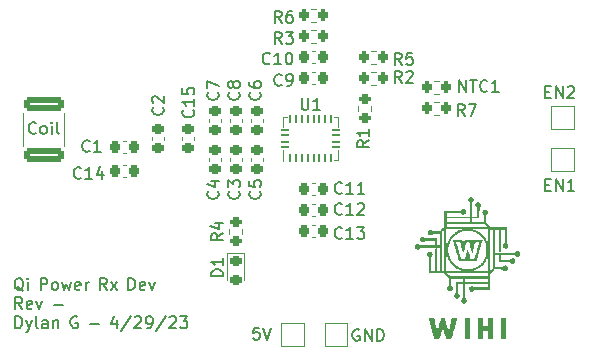
<source format=gbr>
%TF.GenerationSoftware,KiCad,Pcbnew,(7.0.0)*%
%TF.CreationDate,2023-04-29T18:10:18-05:00*%
%TF.ProjectId,WiHi,57694869-2e6b-4696-9361-645f70636258,-*%
%TF.SameCoordinates,PX795bdf0PY68e3130*%
%TF.FileFunction,Legend,Top*%
%TF.FilePolarity,Positive*%
%FSLAX46Y46*%
G04 Gerber Fmt 4.6, Leading zero omitted, Abs format (unit mm)*
G04 Created by KiCad (PCBNEW (7.0.0)) date 2023-04-29 18:10:18*
%MOMM*%
%LPD*%
G01*
G04 APERTURE LIST*
G04 Aperture macros list*
%AMRoundRect*
0 Rectangle with rounded corners*
0 $1 Rounding radius*
0 $2 $3 $4 $5 $6 $7 $8 $9 X,Y pos of 4 corners*
0 Add a 4 corners polygon primitive as box body*
4,1,4,$2,$3,$4,$5,$6,$7,$8,$9,$2,$3,0*
0 Add four circle primitives for the rounded corners*
1,1,$1+$1,$2,$3*
1,1,$1+$1,$4,$5*
1,1,$1+$1,$6,$7*
1,1,$1+$1,$8,$9*
0 Add four rect primitives between the rounded corners*
20,1,$1+$1,$2,$3,$4,$5,0*
20,1,$1+$1,$4,$5,$6,$7,0*
20,1,$1+$1,$6,$7,$8,$9,0*
20,1,$1+$1,$8,$9,$2,$3,0*%
%AMFreePoly0*
4,1,13,0.375000,1.525000,1.025000,1.525000,1.025000,-1.525000,0.375000,-1.525000,0.375000,-1.925000,-0.375000,-1.925000,-0.375000,-1.525000,-1.025000,-1.525000,-1.025000,1.525000,-0.375000,1.525000,-0.375000,1.925000,0.375000,1.925000,0.375000,1.525000,0.375000,1.525000,$1*%
G04 Aperture macros list end*
%ADD10C,0.150000*%
%ADD11C,0.120000*%
%ADD12RoundRect,0.250000X1.450000X-0.312500X1.450000X0.312500X-1.450000X0.312500X-1.450000X-0.312500X0*%
%ADD13R,1.500000X1.500000*%
%ADD14RoundRect,0.050400X0.249600X-0.069600X0.249600X0.069600X-0.249600X0.069600X-0.249600X-0.069600X0*%
%ADD15RoundRect,0.050400X0.069600X-0.249600X0.069600X0.249600X-0.069600X0.249600X-0.069600X-0.249600X0*%
%ADD16FreePoly0,90.000000*%
%ADD17RoundRect,0.050000X0.250000X-0.050000X0.250000X0.050000X-0.250000X0.050000X-0.250000X-0.050000X0*%
%ADD18RoundRect,0.200000X0.200000X0.275000X-0.200000X0.275000X-0.200000X-0.275000X0.200000X-0.275000X0*%
%ADD19RoundRect,0.200000X0.275000X-0.200000X0.275000X0.200000X-0.275000X0.200000X-0.275000X-0.200000X0*%
%ADD20RoundRect,0.200000X-0.200000X-0.275000X0.200000X-0.275000X0.200000X0.275000X-0.200000X0.275000X0*%
%ADD21RoundRect,0.218750X-0.256250X0.218750X-0.256250X-0.218750X0.256250X-0.218750X0.256250X0.218750X0*%
%ADD22RoundRect,0.225000X-0.250000X0.225000X-0.250000X-0.225000X0.250000X-0.225000X0.250000X0.225000X0*%
%ADD23RoundRect,0.225000X-0.225000X-0.250000X0.225000X-0.250000X0.225000X0.250000X-0.225000X0.250000X0*%
%ADD24RoundRect,0.225000X0.225000X0.250000X-0.225000X0.250000X-0.225000X-0.250000X0.225000X-0.250000X0*%
%ADD25RoundRect,0.225000X0.250000X-0.225000X0.250000X0.225000X-0.250000X0.225000X-0.250000X-0.225000X0*%
G04 APERTURE END LIST*
D10*
X2098561Y5114981D02*
X2003323Y5162600D01*
X2003323Y5162600D02*
X1908085Y5257839D01*
X1908085Y5257839D02*
X1765228Y5400696D01*
X1765228Y5400696D02*
X1669990Y5448315D01*
X1669990Y5448315D02*
X1574752Y5448315D01*
X1622371Y5210220D02*
X1527133Y5257839D01*
X1527133Y5257839D02*
X1431895Y5353077D01*
X1431895Y5353077D02*
X1384276Y5543553D01*
X1384276Y5543553D02*
X1384276Y5876886D01*
X1384276Y5876886D02*
X1431895Y6067362D01*
X1431895Y6067362D02*
X1527133Y6162600D01*
X1527133Y6162600D02*
X1622371Y6210220D01*
X1622371Y6210220D02*
X1812847Y6210220D01*
X1812847Y6210220D02*
X1908085Y6162600D01*
X1908085Y6162600D02*
X2003323Y6067362D01*
X2003323Y6067362D02*
X2050942Y5876886D01*
X2050942Y5876886D02*
X2050942Y5543553D01*
X2050942Y5543553D02*
X2003323Y5353077D01*
X2003323Y5353077D02*
X1908085Y5257839D01*
X1908085Y5257839D02*
X1812847Y5210220D01*
X1812847Y5210220D02*
X1622371Y5210220D01*
X2479514Y5210220D02*
X2479514Y5876886D01*
X2479514Y6210220D02*
X2431895Y6162600D01*
X2431895Y6162600D02*
X2479514Y6114981D01*
X2479514Y6114981D02*
X2527133Y6162600D01*
X2527133Y6162600D02*
X2479514Y6210220D01*
X2479514Y6210220D02*
X2479514Y6114981D01*
X3555704Y5210220D02*
X3555704Y6210220D01*
X3555704Y6210220D02*
X3936656Y6210220D01*
X3936656Y6210220D02*
X4031894Y6162600D01*
X4031894Y6162600D02*
X4079513Y6114981D01*
X4079513Y6114981D02*
X4127132Y6019743D01*
X4127132Y6019743D02*
X4127132Y5876886D01*
X4127132Y5876886D02*
X4079513Y5781648D01*
X4079513Y5781648D02*
X4031894Y5734029D01*
X4031894Y5734029D02*
X3936656Y5686410D01*
X3936656Y5686410D02*
X3555704Y5686410D01*
X4698561Y5210220D02*
X4603323Y5257839D01*
X4603323Y5257839D02*
X4555704Y5305458D01*
X4555704Y5305458D02*
X4508085Y5400696D01*
X4508085Y5400696D02*
X4508085Y5686410D01*
X4508085Y5686410D02*
X4555704Y5781648D01*
X4555704Y5781648D02*
X4603323Y5829267D01*
X4603323Y5829267D02*
X4698561Y5876886D01*
X4698561Y5876886D02*
X4841418Y5876886D01*
X4841418Y5876886D02*
X4936656Y5829267D01*
X4936656Y5829267D02*
X4984275Y5781648D01*
X4984275Y5781648D02*
X5031894Y5686410D01*
X5031894Y5686410D02*
X5031894Y5400696D01*
X5031894Y5400696D02*
X4984275Y5305458D01*
X4984275Y5305458D02*
X4936656Y5257839D01*
X4936656Y5257839D02*
X4841418Y5210220D01*
X4841418Y5210220D02*
X4698561Y5210220D01*
X5365228Y5876886D02*
X5555704Y5210220D01*
X5555704Y5210220D02*
X5746180Y5686410D01*
X5746180Y5686410D02*
X5936656Y5210220D01*
X5936656Y5210220D02*
X6127132Y5876886D01*
X6889037Y5257839D02*
X6793799Y5210220D01*
X6793799Y5210220D02*
X6603323Y5210220D01*
X6603323Y5210220D02*
X6508085Y5257839D01*
X6508085Y5257839D02*
X6460466Y5353077D01*
X6460466Y5353077D02*
X6460466Y5734029D01*
X6460466Y5734029D02*
X6508085Y5829267D01*
X6508085Y5829267D02*
X6603323Y5876886D01*
X6603323Y5876886D02*
X6793799Y5876886D01*
X6793799Y5876886D02*
X6889037Y5829267D01*
X6889037Y5829267D02*
X6936656Y5734029D01*
X6936656Y5734029D02*
X6936656Y5638791D01*
X6936656Y5638791D02*
X6460466Y5543553D01*
X7365228Y5210220D02*
X7365228Y5876886D01*
X7365228Y5686410D02*
X7412847Y5781648D01*
X7412847Y5781648D02*
X7460466Y5829267D01*
X7460466Y5829267D02*
X7555704Y5876886D01*
X7555704Y5876886D02*
X7650942Y5876886D01*
X9155704Y5210220D02*
X8822371Y5686410D01*
X8584276Y5210220D02*
X8584276Y6210220D01*
X8584276Y6210220D02*
X8965228Y6210220D01*
X8965228Y6210220D02*
X9060466Y6162600D01*
X9060466Y6162600D02*
X9108085Y6114981D01*
X9108085Y6114981D02*
X9155704Y6019743D01*
X9155704Y6019743D02*
X9155704Y5876886D01*
X9155704Y5876886D02*
X9108085Y5781648D01*
X9108085Y5781648D02*
X9060466Y5734029D01*
X9060466Y5734029D02*
X8965228Y5686410D01*
X8965228Y5686410D02*
X8584276Y5686410D01*
X9489038Y5210220D02*
X10012847Y5876886D01*
X9489038Y5876886D02*
X10012847Y5210220D01*
X10993800Y5210220D02*
X10993800Y6210220D01*
X10993800Y6210220D02*
X11231895Y6210220D01*
X11231895Y6210220D02*
X11374752Y6162600D01*
X11374752Y6162600D02*
X11469990Y6067362D01*
X11469990Y6067362D02*
X11517609Y5972124D01*
X11517609Y5972124D02*
X11565228Y5781648D01*
X11565228Y5781648D02*
X11565228Y5638791D01*
X11565228Y5638791D02*
X11517609Y5448315D01*
X11517609Y5448315D02*
X11469990Y5353077D01*
X11469990Y5353077D02*
X11374752Y5257839D01*
X11374752Y5257839D02*
X11231895Y5210220D01*
X11231895Y5210220D02*
X10993800Y5210220D01*
X12374752Y5257839D02*
X12279514Y5210220D01*
X12279514Y5210220D02*
X12089038Y5210220D01*
X12089038Y5210220D02*
X11993800Y5257839D01*
X11993800Y5257839D02*
X11946181Y5353077D01*
X11946181Y5353077D02*
X11946181Y5734029D01*
X11946181Y5734029D02*
X11993800Y5829267D01*
X11993800Y5829267D02*
X12089038Y5876886D01*
X12089038Y5876886D02*
X12279514Y5876886D01*
X12279514Y5876886D02*
X12374752Y5829267D01*
X12374752Y5829267D02*
X12422371Y5734029D01*
X12422371Y5734029D02*
X12422371Y5638791D01*
X12422371Y5638791D02*
X11946181Y5543553D01*
X12755705Y5876886D02*
X12993800Y5210220D01*
X12993800Y5210220D02*
X13231895Y5876886D01*
X2003323Y3590220D02*
X1669990Y4066410D01*
X1431895Y3590220D02*
X1431895Y4590220D01*
X1431895Y4590220D02*
X1812847Y4590220D01*
X1812847Y4590220D02*
X1908085Y4542600D01*
X1908085Y4542600D02*
X1955704Y4494981D01*
X1955704Y4494981D02*
X2003323Y4399743D01*
X2003323Y4399743D02*
X2003323Y4256886D01*
X2003323Y4256886D02*
X1955704Y4161648D01*
X1955704Y4161648D02*
X1908085Y4114029D01*
X1908085Y4114029D02*
X1812847Y4066410D01*
X1812847Y4066410D02*
X1431895Y4066410D01*
X2812847Y3637839D02*
X2717609Y3590220D01*
X2717609Y3590220D02*
X2527133Y3590220D01*
X2527133Y3590220D02*
X2431895Y3637839D01*
X2431895Y3637839D02*
X2384276Y3733077D01*
X2384276Y3733077D02*
X2384276Y4114029D01*
X2384276Y4114029D02*
X2431895Y4209267D01*
X2431895Y4209267D02*
X2527133Y4256886D01*
X2527133Y4256886D02*
X2717609Y4256886D01*
X2717609Y4256886D02*
X2812847Y4209267D01*
X2812847Y4209267D02*
X2860466Y4114029D01*
X2860466Y4114029D02*
X2860466Y4018791D01*
X2860466Y4018791D02*
X2384276Y3923553D01*
X3193800Y4256886D02*
X3431895Y3590220D01*
X3431895Y3590220D02*
X3669990Y4256886D01*
X4650943Y3971172D02*
X5412848Y3971172D01*
X1431895Y1970220D02*
X1431895Y2970220D01*
X1431895Y2970220D02*
X1669990Y2970220D01*
X1669990Y2970220D02*
X1812847Y2922600D01*
X1812847Y2922600D02*
X1908085Y2827362D01*
X1908085Y2827362D02*
X1955704Y2732124D01*
X1955704Y2732124D02*
X2003323Y2541648D01*
X2003323Y2541648D02*
X2003323Y2398791D01*
X2003323Y2398791D02*
X1955704Y2208315D01*
X1955704Y2208315D02*
X1908085Y2113077D01*
X1908085Y2113077D02*
X1812847Y2017839D01*
X1812847Y2017839D02*
X1669990Y1970220D01*
X1669990Y1970220D02*
X1431895Y1970220D01*
X2336657Y2636886D02*
X2574752Y1970220D01*
X2812847Y2636886D02*
X2574752Y1970220D01*
X2574752Y1970220D02*
X2479514Y1732124D01*
X2479514Y1732124D02*
X2431895Y1684505D01*
X2431895Y1684505D02*
X2336657Y1636886D01*
X3336657Y1970220D02*
X3241419Y2017839D01*
X3241419Y2017839D02*
X3193800Y2113077D01*
X3193800Y2113077D02*
X3193800Y2970220D01*
X4146181Y1970220D02*
X4146181Y2494029D01*
X4146181Y2494029D02*
X4098562Y2589267D01*
X4098562Y2589267D02*
X4003324Y2636886D01*
X4003324Y2636886D02*
X3812848Y2636886D01*
X3812848Y2636886D02*
X3717610Y2589267D01*
X4146181Y2017839D02*
X4050943Y1970220D01*
X4050943Y1970220D02*
X3812848Y1970220D01*
X3812848Y1970220D02*
X3717610Y2017839D01*
X3717610Y2017839D02*
X3669991Y2113077D01*
X3669991Y2113077D02*
X3669991Y2208315D01*
X3669991Y2208315D02*
X3717610Y2303553D01*
X3717610Y2303553D02*
X3812848Y2351172D01*
X3812848Y2351172D02*
X4050943Y2351172D01*
X4050943Y2351172D02*
X4146181Y2398791D01*
X4622372Y2636886D02*
X4622372Y1970220D01*
X4622372Y2541648D02*
X4669991Y2589267D01*
X4669991Y2589267D02*
X4765229Y2636886D01*
X4765229Y2636886D02*
X4908086Y2636886D01*
X4908086Y2636886D02*
X5003324Y2589267D01*
X5003324Y2589267D02*
X5050943Y2494029D01*
X5050943Y2494029D02*
X5050943Y1970220D01*
X6650943Y2922600D02*
X6555705Y2970220D01*
X6555705Y2970220D02*
X6412848Y2970220D01*
X6412848Y2970220D02*
X6269991Y2922600D01*
X6269991Y2922600D02*
X6174753Y2827362D01*
X6174753Y2827362D02*
X6127134Y2732124D01*
X6127134Y2732124D02*
X6079515Y2541648D01*
X6079515Y2541648D02*
X6079515Y2398791D01*
X6079515Y2398791D02*
X6127134Y2208315D01*
X6127134Y2208315D02*
X6174753Y2113077D01*
X6174753Y2113077D02*
X6269991Y2017839D01*
X6269991Y2017839D02*
X6412848Y1970220D01*
X6412848Y1970220D02*
X6508086Y1970220D01*
X6508086Y1970220D02*
X6650943Y2017839D01*
X6650943Y2017839D02*
X6698562Y2065458D01*
X6698562Y2065458D02*
X6698562Y2398791D01*
X6698562Y2398791D02*
X6508086Y2398791D01*
X7727134Y2351172D02*
X8489039Y2351172D01*
X9993800Y2636886D02*
X9993800Y1970220D01*
X9755705Y3017839D02*
X9517610Y2303553D01*
X9517610Y2303553D02*
X10136657Y2303553D01*
X11231895Y3017839D02*
X10374753Y1732124D01*
X11517610Y2874981D02*
X11565229Y2922600D01*
X11565229Y2922600D02*
X11660467Y2970220D01*
X11660467Y2970220D02*
X11898562Y2970220D01*
X11898562Y2970220D02*
X11993800Y2922600D01*
X11993800Y2922600D02*
X12041419Y2874981D01*
X12041419Y2874981D02*
X12089038Y2779743D01*
X12089038Y2779743D02*
X12089038Y2684505D01*
X12089038Y2684505D02*
X12041419Y2541648D01*
X12041419Y2541648D02*
X11469991Y1970220D01*
X11469991Y1970220D02*
X12089038Y1970220D01*
X12565229Y1970220D02*
X12755705Y1970220D01*
X12755705Y1970220D02*
X12850943Y2017839D01*
X12850943Y2017839D02*
X12898562Y2065458D01*
X12898562Y2065458D02*
X12993800Y2208315D01*
X12993800Y2208315D02*
X13041419Y2398791D01*
X13041419Y2398791D02*
X13041419Y2779743D01*
X13041419Y2779743D02*
X12993800Y2874981D01*
X12993800Y2874981D02*
X12946181Y2922600D01*
X12946181Y2922600D02*
X12850943Y2970220D01*
X12850943Y2970220D02*
X12660467Y2970220D01*
X12660467Y2970220D02*
X12565229Y2922600D01*
X12565229Y2922600D02*
X12517610Y2874981D01*
X12517610Y2874981D02*
X12469991Y2779743D01*
X12469991Y2779743D02*
X12469991Y2541648D01*
X12469991Y2541648D02*
X12517610Y2446410D01*
X12517610Y2446410D02*
X12565229Y2398791D01*
X12565229Y2398791D02*
X12660467Y2351172D01*
X12660467Y2351172D02*
X12850943Y2351172D01*
X12850943Y2351172D02*
X12946181Y2398791D01*
X12946181Y2398791D02*
X12993800Y2446410D01*
X12993800Y2446410D02*
X13041419Y2541648D01*
X14184276Y3017839D02*
X13327134Y1732124D01*
X14469991Y2874981D02*
X14517610Y2922600D01*
X14517610Y2922600D02*
X14612848Y2970220D01*
X14612848Y2970220D02*
X14850943Y2970220D01*
X14850943Y2970220D02*
X14946181Y2922600D01*
X14946181Y2922600D02*
X14993800Y2874981D01*
X14993800Y2874981D02*
X15041419Y2779743D01*
X15041419Y2779743D02*
X15041419Y2684505D01*
X15041419Y2684505D02*
X14993800Y2541648D01*
X14993800Y2541648D02*
X14422372Y1970220D01*
X14422372Y1970220D02*
X15041419Y1970220D01*
X15374753Y2970220D02*
X15993800Y2970220D01*
X15993800Y2970220D02*
X15660467Y2589267D01*
X15660467Y2589267D02*
X15803324Y2589267D01*
X15803324Y2589267D02*
X15898562Y2541648D01*
X15898562Y2541648D02*
X15946181Y2494029D01*
X15946181Y2494029D02*
X15993800Y2398791D01*
X15993800Y2398791D02*
X15993800Y2160696D01*
X15993800Y2160696D02*
X15946181Y2065458D01*
X15946181Y2065458D02*
X15898562Y2017839D01*
X15898562Y2017839D02*
X15803324Y1970220D01*
X15803324Y1970220D02*
X15517610Y1970220D01*
X15517610Y1970220D02*
X15422372Y2017839D01*
X15422372Y2017839D02*
X15374753Y2065458D01*
%TO.C,Coil*%
X3167142Y18523858D02*
X3119523Y18476239D01*
X3119523Y18476239D02*
X2976666Y18428620D01*
X2976666Y18428620D02*
X2881428Y18428620D01*
X2881428Y18428620D02*
X2738571Y18476239D01*
X2738571Y18476239D02*
X2643333Y18571477D01*
X2643333Y18571477D02*
X2595714Y18666715D01*
X2595714Y18666715D02*
X2548095Y18857191D01*
X2548095Y18857191D02*
X2548095Y19000048D01*
X2548095Y19000048D02*
X2595714Y19190524D01*
X2595714Y19190524D02*
X2643333Y19285762D01*
X2643333Y19285762D02*
X2738571Y19381000D01*
X2738571Y19381000D02*
X2881428Y19428620D01*
X2881428Y19428620D02*
X2976666Y19428620D01*
X2976666Y19428620D02*
X3119523Y19381000D01*
X3119523Y19381000D02*
X3167142Y19333381D01*
X3738571Y18428620D02*
X3643333Y18476239D01*
X3643333Y18476239D02*
X3595714Y18523858D01*
X3595714Y18523858D02*
X3548095Y18619096D01*
X3548095Y18619096D02*
X3548095Y18904810D01*
X3548095Y18904810D02*
X3595714Y19000048D01*
X3595714Y19000048D02*
X3643333Y19047667D01*
X3643333Y19047667D02*
X3738571Y19095286D01*
X3738571Y19095286D02*
X3881428Y19095286D01*
X3881428Y19095286D02*
X3976666Y19047667D01*
X3976666Y19047667D02*
X4024285Y19000048D01*
X4024285Y19000048D02*
X4071904Y18904810D01*
X4071904Y18904810D02*
X4071904Y18619096D01*
X4071904Y18619096D02*
X4024285Y18523858D01*
X4024285Y18523858D02*
X3976666Y18476239D01*
X3976666Y18476239D02*
X3881428Y18428620D01*
X3881428Y18428620D02*
X3738571Y18428620D01*
X4500476Y18428620D02*
X4500476Y19095286D01*
X4500476Y19428620D02*
X4452857Y19381000D01*
X4452857Y19381000D02*
X4500476Y19333381D01*
X4500476Y19333381D02*
X4548095Y19381000D01*
X4548095Y19381000D02*
X4500476Y19428620D01*
X4500476Y19428620D02*
X4500476Y19333381D01*
X5119523Y18428620D02*
X5024285Y18476239D01*
X5024285Y18476239D02*
X4976666Y18571477D01*
X4976666Y18571477D02*
X4976666Y19428620D01*
%TO.C,EN2*%
X46283714Y22000429D02*
X46617047Y22000429D01*
X46759904Y21476620D02*
X46283714Y21476620D01*
X46283714Y21476620D02*
X46283714Y22476620D01*
X46283714Y22476620D02*
X46759904Y22476620D01*
X47188476Y21476620D02*
X47188476Y22476620D01*
X47188476Y22476620D02*
X47759904Y21476620D01*
X47759904Y21476620D02*
X47759904Y22476620D01*
X48188476Y22381381D02*
X48236095Y22429000D01*
X48236095Y22429000D02*
X48331333Y22476620D01*
X48331333Y22476620D02*
X48569428Y22476620D01*
X48569428Y22476620D02*
X48664666Y22429000D01*
X48664666Y22429000D02*
X48712285Y22381381D01*
X48712285Y22381381D02*
X48759904Y22286143D01*
X48759904Y22286143D02*
X48759904Y22190905D01*
X48759904Y22190905D02*
X48712285Y22048048D01*
X48712285Y22048048D02*
X48140857Y21476620D01*
X48140857Y21476620D02*
X48759904Y21476620D01*
%TO.C,EN1*%
X46283714Y14126429D02*
X46617047Y14126429D01*
X46759904Y13602620D02*
X46283714Y13602620D01*
X46283714Y13602620D02*
X46283714Y14602620D01*
X46283714Y14602620D02*
X46759904Y14602620D01*
X47188476Y13602620D02*
X47188476Y14602620D01*
X47188476Y14602620D02*
X47759904Y13602620D01*
X47759904Y13602620D02*
X47759904Y14602620D01*
X48759904Y13602620D02*
X48188476Y13602620D01*
X48474190Y13602620D02*
X48474190Y14602620D01*
X48474190Y14602620D02*
X48378952Y14459762D01*
X48378952Y14459762D02*
X48283714Y14364524D01*
X48283714Y14364524D02*
X48188476Y14316905D01*
%TO.C,U1*%
X25654095Y21460620D02*
X25654095Y20651096D01*
X25654095Y20651096D02*
X25701714Y20555858D01*
X25701714Y20555858D02*
X25749333Y20508239D01*
X25749333Y20508239D02*
X25844571Y20460620D01*
X25844571Y20460620D02*
X26035047Y20460620D01*
X26035047Y20460620D02*
X26130285Y20508239D01*
X26130285Y20508239D02*
X26177904Y20555858D01*
X26177904Y20555858D02*
X26225523Y20651096D01*
X26225523Y20651096D02*
X26225523Y21460620D01*
X27225523Y20460620D02*
X26654095Y20460620D01*
X26939809Y20460620D02*
X26939809Y21460620D01*
X26939809Y21460620D02*
X26844571Y21317762D01*
X26844571Y21317762D02*
X26749333Y21222524D01*
X26749333Y21222524D02*
X26654095Y21174905D01*
%TO.C,GND*%
X30530895Y1829600D02*
X30435657Y1877220D01*
X30435657Y1877220D02*
X30292800Y1877220D01*
X30292800Y1877220D02*
X30149943Y1829600D01*
X30149943Y1829600D02*
X30054705Y1734362D01*
X30054705Y1734362D02*
X30007086Y1639124D01*
X30007086Y1639124D02*
X29959467Y1448648D01*
X29959467Y1448648D02*
X29959467Y1305791D01*
X29959467Y1305791D02*
X30007086Y1115315D01*
X30007086Y1115315D02*
X30054705Y1020077D01*
X30054705Y1020077D02*
X30149943Y924839D01*
X30149943Y924839D02*
X30292800Y877220D01*
X30292800Y877220D02*
X30388038Y877220D01*
X30388038Y877220D02*
X30530895Y924839D01*
X30530895Y924839D02*
X30578514Y972458D01*
X30578514Y972458D02*
X30578514Y1305791D01*
X30578514Y1305791D02*
X30388038Y1305791D01*
X31007086Y877220D02*
X31007086Y1877220D01*
X31007086Y1877220D02*
X31578514Y877220D01*
X31578514Y877220D02*
X31578514Y1877220D01*
X32054705Y877220D02*
X32054705Y1877220D01*
X32054705Y1877220D02*
X32292800Y1877220D01*
X32292800Y1877220D02*
X32435657Y1829600D01*
X32435657Y1829600D02*
X32530895Y1734362D01*
X32530895Y1734362D02*
X32578514Y1639124D01*
X32578514Y1639124D02*
X32626133Y1448648D01*
X32626133Y1448648D02*
X32626133Y1305791D01*
X32626133Y1305791D02*
X32578514Y1115315D01*
X32578514Y1115315D02*
X32530895Y1020077D01*
X32530895Y1020077D02*
X32435657Y924839D01*
X32435657Y924839D02*
X32292800Y877220D01*
X32292800Y877220D02*
X32054705Y877220D01*
%TO.C,5V*%
X22059923Y2004220D02*
X21583733Y2004220D01*
X21583733Y2004220D02*
X21536114Y1528029D01*
X21536114Y1528029D02*
X21583733Y1575648D01*
X21583733Y1575648D02*
X21678971Y1623267D01*
X21678971Y1623267D02*
X21917066Y1623267D01*
X21917066Y1623267D02*
X22012304Y1575648D01*
X22012304Y1575648D02*
X22059923Y1528029D01*
X22059923Y1528029D02*
X22107542Y1432791D01*
X22107542Y1432791D02*
X22107542Y1194696D01*
X22107542Y1194696D02*
X22059923Y1099458D01*
X22059923Y1099458D02*
X22012304Y1051839D01*
X22012304Y1051839D02*
X21917066Y1004220D01*
X21917066Y1004220D02*
X21678971Y1004220D01*
X21678971Y1004220D02*
X21583733Y1051839D01*
X21583733Y1051839D02*
X21536114Y1099458D01*
X22393257Y2004220D02*
X22726590Y1004220D01*
X22726590Y1004220D02*
X23059923Y2004220D01*
%TO.C,R7*%
X39457333Y19952620D02*
X39124000Y20428810D01*
X38885905Y19952620D02*
X38885905Y20952620D01*
X38885905Y20952620D02*
X39266857Y20952620D01*
X39266857Y20952620D02*
X39362095Y20905000D01*
X39362095Y20905000D02*
X39409714Y20857381D01*
X39409714Y20857381D02*
X39457333Y20762143D01*
X39457333Y20762143D02*
X39457333Y20619286D01*
X39457333Y20619286D02*
X39409714Y20524048D01*
X39409714Y20524048D02*
X39362095Y20476429D01*
X39362095Y20476429D02*
X39266857Y20428810D01*
X39266857Y20428810D02*
X38885905Y20428810D01*
X39790667Y20952620D02*
X40457333Y20952620D01*
X40457333Y20952620D02*
X40028762Y19952620D01*
%TO.C,R6*%
X23963333Y27826620D02*
X23630000Y28302810D01*
X23391905Y27826620D02*
X23391905Y28826620D01*
X23391905Y28826620D02*
X23772857Y28826620D01*
X23772857Y28826620D02*
X23868095Y28779000D01*
X23868095Y28779000D02*
X23915714Y28731381D01*
X23915714Y28731381D02*
X23963333Y28636143D01*
X23963333Y28636143D02*
X23963333Y28493286D01*
X23963333Y28493286D02*
X23915714Y28398048D01*
X23915714Y28398048D02*
X23868095Y28350429D01*
X23868095Y28350429D02*
X23772857Y28302810D01*
X23772857Y28302810D02*
X23391905Y28302810D01*
X24820476Y28826620D02*
X24630000Y28826620D01*
X24630000Y28826620D02*
X24534762Y28779000D01*
X24534762Y28779000D02*
X24487143Y28731381D01*
X24487143Y28731381D02*
X24391905Y28588524D01*
X24391905Y28588524D02*
X24344286Y28398048D01*
X24344286Y28398048D02*
X24344286Y28017096D01*
X24344286Y28017096D02*
X24391905Y27921858D01*
X24391905Y27921858D02*
X24439524Y27874239D01*
X24439524Y27874239D02*
X24534762Y27826620D01*
X24534762Y27826620D02*
X24725238Y27826620D01*
X24725238Y27826620D02*
X24820476Y27874239D01*
X24820476Y27874239D02*
X24868095Y27921858D01*
X24868095Y27921858D02*
X24915714Y28017096D01*
X24915714Y28017096D02*
X24915714Y28255191D01*
X24915714Y28255191D02*
X24868095Y28350429D01*
X24868095Y28350429D02*
X24820476Y28398048D01*
X24820476Y28398048D02*
X24725238Y28445667D01*
X24725238Y28445667D02*
X24534762Y28445667D01*
X24534762Y28445667D02*
X24439524Y28398048D01*
X24439524Y28398048D02*
X24391905Y28350429D01*
X24391905Y28350429D02*
X24344286Y28255191D01*
%TO.C,R5*%
X34123333Y24270620D02*
X33790000Y24746810D01*
X33551905Y24270620D02*
X33551905Y25270620D01*
X33551905Y25270620D02*
X33932857Y25270620D01*
X33932857Y25270620D02*
X34028095Y25223000D01*
X34028095Y25223000D02*
X34075714Y25175381D01*
X34075714Y25175381D02*
X34123333Y25080143D01*
X34123333Y25080143D02*
X34123333Y24937286D01*
X34123333Y24937286D02*
X34075714Y24842048D01*
X34075714Y24842048D02*
X34028095Y24794429D01*
X34028095Y24794429D02*
X33932857Y24746810D01*
X33932857Y24746810D02*
X33551905Y24746810D01*
X35028095Y25270620D02*
X34551905Y25270620D01*
X34551905Y25270620D02*
X34504286Y24794429D01*
X34504286Y24794429D02*
X34551905Y24842048D01*
X34551905Y24842048D02*
X34647143Y24889667D01*
X34647143Y24889667D02*
X34885238Y24889667D01*
X34885238Y24889667D02*
X34980476Y24842048D01*
X34980476Y24842048D02*
X35028095Y24794429D01*
X35028095Y24794429D02*
X35075714Y24699191D01*
X35075714Y24699191D02*
X35075714Y24461096D01*
X35075714Y24461096D02*
X35028095Y24365858D01*
X35028095Y24365858D02*
X34980476Y24318239D01*
X34980476Y24318239D02*
X34885238Y24270620D01*
X34885238Y24270620D02*
X34647143Y24270620D01*
X34647143Y24270620D02*
X34551905Y24318239D01*
X34551905Y24318239D02*
X34504286Y24365858D01*
%TO.C,R4*%
X18985580Y9993334D02*
X18509390Y9660001D01*
X18985580Y9421906D02*
X17985580Y9421906D01*
X17985580Y9421906D02*
X17985580Y9802858D01*
X17985580Y9802858D02*
X18033200Y9898096D01*
X18033200Y9898096D02*
X18080819Y9945715D01*
X18080819Y9945715D02*
X18176057Y9993334D01*
X18176057Y9993334D02*
X18318914Y9993334D01*
X18318914Y9993334D02*
X18414152Y9945715D01*
X18414152Y9945715D02*
X18461771Y9898096D01*
X18461771Y9898096D02*
X18509390Y9802858D01*
X18509390Y9802858D02*
X18509390Y9421906D01*
X18318914Y10850477D02*
X18985580Y10850477D01*
X17937961Y10612382D02*
X18652247Y10374287D01*
X18652247Y10374287D02*
X18652247Y10993334D01*
%TO.C,R3*%
X23963333Y26048620D02*
X23630000Y26524810D01*
X23391905Y26048620D02*
X23391905Y27048620D01*
X23391905Y27048620D02*
X23772857Y27048620D01*
X23772857Y27048620D02*
X23868095Y27001000D01*
X23868095Y27001000D02*
X23915714Y26953381D01*
X23915714Y26953381D02*
X23963333Y26858143D01*
X23963333Y26858143D02*
X23963333Y26715286D01*
X23963333Y26715286D02*
X23915714Y26620048D01*
X23915714Y26620048D02*
X23868095Y26572429D01*
X23868095Y26572429D02*
X23772857Y26524810D01*
X23772857Y26524810D02*
X23391905Y26524810D01*
X24296667Y27048620D02*
X24915714Y27048620D01*
X24915714Y27048620D02*
X24582381Y26667667D01*
X24582381Y26667667D02*
X24725238Y26667667D01*
X24725238Y26667667D02*
X24820476Y26620048D01*
X24820476Y26620048D02*
X24868095Y26572429D01*
X24868095Y26572429D02*
X24915714Y26477191D01*
X24915714Y26477191D02*
X24915714Y26239096D01*
X24915714Y26239096D02*
X24868095Y26143858D01*
X24868095Y26143858D02*
X24820476Y26096239D01*
X24820476Y26096239D02*
X24725238Y26048620D01*
X24725238Y26048620D02*
X24439524Y26048620D01*
X24439524Y26048620D02*
X24344286Y26096239D01*
X24344286Y26096239D02*
X24296667Y26143858D01*
%TO.C,R2*%
X34123333Y22746620D02*
X33790000Y23222810D01*
X33551905Y22746620D02*
X33551905Y23746620D01*
X33551905Y23746620D02*
X33932857Y23746620D01*
X33932857Y23746620D02*
X34028095Y23699000D01*
X34028095Y23699000D02*
X34075714Y23651381D01*
X34075714Y23651381D02*
X34123333Y23556143D01*
X34123333Y23556143D02*
X34123333Y23413286D01*
X34123333Y23413286D02*
X34075714Y23318048D01*
X34075714Y23318048D02*
X34028095Y23270429D01*
X34028095Y23270429D02*
X33932857Y23222810D01*
X33932857Y23222810D02*
X33551905Y23222810D01*
X34504286Y23651381D02*
X34551905Y23699000D01*
X34551905Y23699000D02*
X34647143Y23746620D01*
X34647143Y23746620D02*
X34885238Y23746620D01*
X34885238Y23746620D02*
X34980476Y23699000D01*
X34980476Y23699000D02*
X35028095Y23651381D01*
X35028095Y23651381D02*
X35075714Y23556143D01*
X35075714Y23556143D02*
X35075714Y23460905D01*
X35075714Y23460905D02*
X35028095Y23318048D01*
X35028095Y23318048D02*
X34456667Y22746620D01*
X34456667Y22746620D02*
X35075714Y22746620D01*
%TO.C,R1*%
X31355380Y17867334D02*
X30879190Y17534001D01*
X31355380Y17295906D02*
X30355380Y17295906D01*
X30355380Y17295906D02*
X30355380Y17676858D01*
X30355380Y17676858D02*
X30403000Y17772096D01*
X30403000Y17772096D02*
X30450619Y17819715D01*
X30450619Y17819715D02*
X30545857Y17867334D01*
X30545857Y17867334D02*
X30688714Y17867334D01*
X30688714Y17867334D02*
X30783952Y17819715D01*
X30783952Y17819715D02*
X30831571Y17772096D01*
X30831571Y17772096D02*
X30879190Y17676858D01*
X30879190Y17676858D02*
X30879190Y17295906D01*
X31355380Y18819715D02*
X31355380Y18248287D01*
X31355380Y18534001D02*
X30355380Y18534001D01*
X30355380Y18534001D02*
X30498238Y18438763D01*
X30498238Y18438763D02*
X30593476Y18343525D01*
X30593476Y18343525D02*
X30641095Y18248287D01*
%TO.C,NTC1*%
X38997143Y21984620D02*
X38997143Y22984620D01*
X38997143Y22984620D02*
X39568571Y21984620D01*
X39568571Y21984620D02*
X39568571Y22984620D01*
X39901905Y22984620D02*
X40473333Y22984620D01*
X40187619Y21984620D02*
X40187619Y22984620D01*
X41378095Y22079858D02*
X41330476Y22032239D01*
X41330476Y22032239D02*
X41187619Y21984620D01*
X41187619Y21984620D02*
X41092381Y21984620D01*
X41092381Y21984620D02*
X40949524Y22032239D01*
X40949524Y22032239D02*
X40854286Y22127477D01*
X40854286Y22127477D02*
X40806667Y22222715D01*
X40806667Y22222715D02*
X40759048Y22413191D01*
X40759048Y22413191D02*
X40759048Y22556048D01*
X40759048Y22556048D02*
X40806667Y22746524D01*
X40806667Y22746524D02*
X40854286Y22841762D01*
X40854286Y22841762D02*
X40949524Y22937000D01*
X40949524Y22937000D02*
X41092381Y22984620D01*
X41092381Y22984620D02*
X41187619Y22984620D01*
X41187619Y22984620D02*
X41330476Y22937000D01*
X41330476Y22937000D02*
X41378095Y22889381D01*
X42330476Y21984620D02*
X41759048Y21984620D01*
X42044762Y21984620D02*
X42044762Y22984620D01*
X42044762Y22984620D02*
X41949524Y22841762D01*
X41949524Y22841762D02*
X41854286Y22746524D01*
X41854286Y22746524D02*
X41759048Y22698905D01*
%TO.C,D1*%
X19010980Y6373906D02*
X18010980Y6373906D01*
X18010980Y6373906D02*
X18010980Y6612001D01*
X18010980Y6612001D02*
X18058600Y6754858D01*
X18058600Y6754858D02*
X18153838Y6850096D01*
X18153838Y6850096D02*
X18249076Y6897715D01*
X18249076Y6897715D02*
X18439552Y6945334D01*
X18439552Y6945334D02*
X18582409Y6945334D01*
X18582409Y6945334D02*
X18772885Y6897715D01*
X18772885Y6897715D02*
X18868123Y6850096D01*
X18868123Y6850096D02*
X18963361Y6754858D01*
X18963361Y6754858D02*
X19010980Y6612001D01*
X19010980Y6612001D02*
X19010980Y6373906D01*
X19010980Y7897715D02*
X19010980Y7326287D01*
X19010980Y7612001D02*
X18010980Y7612001D01*
X18010980Y7612001D02*
X18153838Y7516763D01*
X18153838Y7516763D02*
X18249076Y7421525D01*
X18249076Y7421525D02*
X18296695Y7326287D01*
%TO.C,C15*%
X16474142Y20439143D02*
X16521761Y20391524D01*
X16521761Y20391524D02*
X16569380Y20248667D01*
X16569380Y20248667D02*
X16569380Y20153429D01*
X16569380Y20153429D02*
X16521761Y20010572D01*
X16521761Y20010572D02*
X16426523Y19915334D01*
X16426523Y19915334D02*
X16331285Y19867715D01*
X16331285Y19867715D02*
X16140809Y19820096D01*
X16140809Y19820096D02*
X15997952Y19820096D01*
X15997952Y19820096D02*
X15807476Y19867715D01*
X15807476Y19867715D02*
X15712238Y19915334D01*
X15712238Y19915334D02*
X15617000Y20010572D01*
X15617000Y20010572D02*
X15569380Y20153429D01*
X15569380Y20153429D02*
X15569380Y20248667D01*
X15569380Y20248667D02*
X15617000Y20391524D01*
X15617000Y20391524D02*
X15664619Y20439143D01*
X16569380Y21391524D02*
X16569380Y20820096D01*
X16569380Y21105810D02*
X15569380Y21105810D01*
X15569380Y21105810D02*
X15712238Y21010572D01*
X15712238Y21010572D02*
X15807476Y20915334D01*
X15807476Y20915334D02*
X15855095Y20820096D01*
X15569380Y22296286D02*
X15569380Y21820096D01*
X15569380Y21820096D02*
X16045571Y21772477D01*
X16045571Y21772477D02*
X15997952Y21820096D01*
X15997952Y21820096D02*
X15950333Y21915334D01*
X15950333Y21915334D02*
X15950333Y22153429D01*
X15950333Y22153429D02*
X15997952Y22248667D01*
X15997952Y22248667D02*
X16045571Y22296286D01*
X16045571Y22296286D02*
X16140809Y22343905D01*
X16140809Y22343905D02*
X16378904Y22343905D01*
X16378904Y22343905D02*
X16474142Y22296286D01*
X16474142Y22296286D02*
X16521761Y22248667D01*
X16521761Y22248667D02*
X16569380Y22153429D01*
X16569380Y22153429D02*
X16569380Y21915334D01*
X16569380Y21915334D02*
X16521761Y21820096D01*
X16521761Y21820096D02*
X16474142Y21772477D01*
%TO.C,C14*%
X6977142Y14713858D02*
X6929523Y14666239D01*
X6929523Y14666239D02*
X6786666Y14618620D01*
X6786666Y14618620D02*
X6691428Y14618620D01*
X6691428Y14618620D02*
X6548571Y14666239D01*
X6548571Y14666239D02*
X6453333Y14761477D01*
X6453333Y14761477D02*
X6405714Y14856715D01*
X6405714Y14856715D02*
X6358095Y15047191D01*
X6358095Y15047191D02*
X6358095Y15190048D01*
X6358095Y15190048D02*
X6405714Y15380524D01*
X6405714Y15380524D02*
X6453333Y15475762D01*
X6453333Y15475762D02*
X6548571Y15571000D01*
X6548571Y15571000D02*
X6691428Y15618620D01*
X6691428Y15618620D02*
X6786666Y15618620D01*
X6786666Y15618620D02*
X6929523Y15571000D01*
X6929523Y15571000D02*
X6977142Y15523381D01*
X7929523Y14618620D02*
X7358095Y14618620D01*
X7643809Y14618620D02*
X7643809Y15618620D01*
X7643809Y15618620D02*
X7548571Y15475762D01*
X7548571Y15475762D02*
X7453333Y15380524D01*
X7453333Y15380524D02*
X7358095Y15332905D01*
X8786666Y15285286D02*
X8786666Y14618620D01*
X8548571Y15666239D02*
X8310476Y14951953D01*
X8310476Y14951953D02*
X8929523Y14951953D01*
%TO.C,C13*%
X29075142Y9633858D02*
X29027523Y9586239D01*
X29027523Y9586239D02*
X28884666Y9538620D01*
X28884666Y9538620D02*
X28789428Y9538620D01*
X28789428Y9538620D02*
X28646571Y9586239D01*
X28646571Y9586239D02*
X28551333Y9681477D01*
X28551333Y9681477D02*
X28503714Y9776715D01*
X28503714Y9776715D02*
X28456095Y9967191D01*
X28456095Y9967191D02*
X28456095Y10110048D01*
X28456095Y10110048D02*
X28503714Y10300524D01*
X28503714Y10300524D02*
X28551333Y10395762D01*
X28551333Y10395762D02*
X28646571Y10491000D01*
X28646571Y10491000D02*
X28789428Y10538620D01*
X28789428Y10538620D02*
X28884666Y10538620D01*
X28884666Y10538620D02*
X29027523Y10491000D01*
X29027523Y10491000D02*
X29075142Y10443381D01*
X30027523Y9538620D02*
X29456095Y9538620D01*
X29741809Y9538620D02*
X29741809Y10538620D01*
X29741809Y10538620D02*
X29646571Y10395762D01*
X29646571Y10395762D02*
X29551333Y10300524D01*
X29551333Y10300524D02*
X29456095Y10252905D01*
X30360857Y10538620D02*
X30979904Y10538620D01*
X30979904Y10538620D02*
X30646571Y10157667D01*
X30646571Y10157667D02*
X30789428Y10157667D01*
X30789428Y10157667D02*
X30884666Y10110048D01*
X30884666Y10110048D02*
X30932285Y10062429D01*
X30932285Y10062429D02*
X30979904Y9967191D01*
X30979904Y9967191D02*
X30979904Y9729096D01*
X30979904Y9729096D02*
X30932285Y9633858D01*
X30932285Y9633858D02*
X30884666Y9586239D01*
X30884666Y9586239D02*
X30789428Y9538620D01*
X30789428Y9538620D02*
X30503714Y9538620D01*
X30503714Y9538620D02*
X30408476Y9586239D01*
X30408476Y9586239D02*
X30360857Y9633858D01*
%TO.C,C12*%
X29075142Y11665858D02*
X29027523Y11618239D01*
X29027523Y11618239D02*
X28884666Y11570620D01*
X28884666Y11570620D02*
X28789428Y11570620D01*
X28789428Y11570620D02*
X28646571Y11618239D01*
X28646571Y11618239D02*
X28551333Y11713477D01*
X28551333Y11713477D02*
X28503714Y11808715D01*
X28503714Y11808715D02*
X28456095Y11999191D01*
X28456095Y11999191D02*
X28456095Y12142048D01*
X28456095Y12142048D02*
X28503714Y12332524D01*
X28503714Y12332524D02*
X28551333Y12427762D01*
X28551333Y12427762D02*
X28646571Y12523000D01*
X28646571Y12523000D02*
X28789428Y12570620D01*
X28789428Y12570620D02*
X28884666Y12570620D01*
X28884666Y12570620D02*
X29027523Y12523000D01*
X29027523Y12523000D02*
X29075142Y12475381D01*
X30027523Y11570620D02*
X29456095Y11570620D01*
X29741809Y11570620D02*
X29741809Y12570620D01*
X29741809Y12570620D02*
X29646571Y12427762D01*
X29646571Y12427762D02*
X29551333Y12332524D01*
X29551333Y12332524D02*
X29456095Y12284905D01*
X30408476Y12475381D02*
X30456095Y12523000D01*
X30456095Y12523000D02*
X30551333Y12570620D01*
X30551333Y12570620D02*
X30789428Y12570620D01*
X30789428Y12570620D02*
X30884666Y12523000D01*
X30884666Y12523000D02*
X30932285Y12475381D01*
X30932285Y12475381D02*
X30979904Y12380143D01*
X30979904Y12380143D02*
X30979904Y12284905D01*
X30979904Y12284905D02*
X30932285Y12142048D01*
X30932285Y12142048D02*
X30360857Y11570620D01*
X30360857Y11570620D02*
X30979904Y11570620D01*
%TO.C,C11*%
X29075142Y13443858D02*
X29027523Y13396239D01*
X29027523Y13396239D02*
X28884666Y13348620D01*
X28884666Y13348620D02*
X28789428Y13348620D01*
X28789428Y13348620D02*
X28646571Y13396239D01*
X28646571Y13396239D02*
X28551333Y13491477D01*
X28551333Y13491477D02*
X28503714Y13586715D01*
X28503714Y13586715D02*
X28456095Y13777191D01*
X28456095Y13777191D02*
X28456095Y13920048D01*
X28456095Y13920048D02*
X28503714Y14110524D01*
X28503714Y14110524D02*
X28551333Y14205762D01*
X28551333Y14205762D02*
X28646571Y14301000D01*
X28646571Y14301000D02*
X28789428Y14348620D01*
X28789428Y14348620D02*
X28884666Y14348620D01*
X28884666Y14348620D02*
X29027523Y14301000D01*
X29027523Y14301000D02*
X29075142Y14253381D01*
X30027523Y13348620D02*
X29456095Y13348620D01*
X29741809Y13348620D02*
X29741809Y14348620D01*
X29741809Y14348620D02*
X29646571Y14205762D01*
X29646571Y14205762D02*
X29551333Y14110524D01*
X29551333Y14110524D02*
X29456095Y14062905D01*
X30979904Y13348620D02*
X30408476Y13348620D01*
X30694190Y13348620D02*
X30694190Y14348620D01*
X30694190Y14348620D02*
X30598952Y14205762D01*
X30598952Y14205762D02*
X30503714Y14110524D01*
X30503714Y14110524D02*
X30408476Y14062905D01*
%TO.C,C10*%
X22979142Y24395858D02*
X22931523Y24348239D01*
X22931523Y24348239D02*
X22788666Y24300620D01*
X22788666Y24300620D02*
X22693428Y24300620D01*
X22693428Y24300620D02*
X22550571Y24348239D01*
X22550571Y24348239D02*
X22455333Y24443477D01*
X22455333Y24443477D02*
X22407714Y24538715D01*
X22407714Y24538715D02*
X22360095Y24729191D01*
X22360095Y24729191D02*
X22360095Y24872048D01*
X22360095Y24872048D02*
X22407714Y25062524D01*
X22407714Y25062524D02*
X22455333Y25157762D01*
X22455333Y25157762D02*
X22550571Y25253000D01*
X22550571Y25253000D02*
X22693428Y25300620D01*
X22693428Y25300620D02*
X22788666Y25300620D01*
X22788666Y25300620D02*
X22931523Y25253000D01*
X22931523Y25253000D02*
X22979142Y25205381D01*
X23931523Y24300620D02*
X23360095Y24300620D01*
X23645809Y24300620D02*
X23645809Y25300620D01*
X23645809Y25300620D02*
X23550571Y25157762D01*
X23550571Y25157762D02*
X23455333Y25062524D01*
X23455333Y25062524D02*
X23360095Y25014905D01*
X24550571Y25300620D02*
X24645809Y25300620D01*
X24645809Y25300620D02*
X24741047Y25253000D01*
X24741047Y25253000D02*
X24788666Y25205381D01*
X24788666Y25205381D02*
X24836285Y25110143D01*
X24836285Y25110143D02*
X24883904Y24919667D01*
X24883904Y24919667D02*
X24883904Y24681572D01*
X24883904Y24681572D02*
X24836285Y24491096D01*
X24836285Y24491096D02*
X24788666Y24395858D01*
X24788666Y24395858D02*
X24741047Y24348239D01*
X24741047Y24348239D02*
X24645809Y24300620D01*
X24645809Y24300620D02*
X24550571Y24300620D01*
X24550571Y24300620D02*
X24455333Y24348239D01*
X24455333Y24348239D02*
X24407714Y24395858D01*
X24407714Y24395858D02*
X24360095Y24491096D01*
X24360095Y24491096D02*
X24312476Y24681572D01*
X24312476Y24681572D02*
X24312476Y24919667D01*
X24312476Y24919667D02*
X24360095Y25110143D01*
X24360095Y25110143D02*
X24407714Y25205381D01*
X24407714Y25205381D02*
X24455333Y25253000D01*
X24455333Y25253000D02*
X24550571Y25300620D01*
%TO.C,C9*%
X23963333Y22587858D02*
X23915714Y22540239D01*
X23915714Y22540239D02*
X23772857Y22492620D01*
X23772857Y22492620D02*
X23677619Y22492620D01*
X23677619Y22492620D02*
X23534762Y22540239D01*
X23534762Y22540239D02*
X23439524Y22635477D01*
X23439524Y22635477D02*
X23391905Y22730715D01*
X23391905Y22730715D02*
X23344286Y22921191D01*
X23344286Y22921191D02*
X23344286Y23064048D01*
X23344286Y23064048D02*
X23391905Y23254524D01*
X23391905Y23254524D02*
X23439524Y23349762D01*
X23439524Y23349762D02*
X23534762Y23445000D01*
X23534762Y23445000D02*
X23677619Y23492620D01*
X23677619Y23492620D02*
X23772857Y23492620D01*
X23772857Y23492620D02*
X23915714Y23445000D01*
X23915714Y23445000D02*
X23963333Y23397381D01*
X24439524Y22492620D02*
X24630000Y22492620D01*
X24630000Y22492620D02*
X24725238Y22540239D01*
X24725238Y22540239D02*
X24772857Y22587858D01*
X24772857Y22587858D02*
X24868095Y22730715D01*
X24868095Y22730715D02*
X24915714Y22921191D01*
X24915714Y22921191D02*
X24915714Y23302143D01*
X24915714Y23302143D02*
X24868095Y23397381D01*
X24868095Y23397381D02*
X24820476Y23445000D01*
X24820476Y23445000D02*
X24725238Y23492620D01*
X24725238Y23492620D02*
X24534762Y23492620D01*
X24534762Y23492620D02*
X24439524Y23445000D01*
X24439524Y23445000D02*
X24391905Y23397381D01*
X24391905Y23397381D02*
X24344286Y23302143D01*
X24344286Y23302143D02*
X24344286Y23064048D01*
X24344286Y23064048D02*
X24391905Y22968810D01*
X24391905Y22968810D02*
X24439524Y22921191D01*
X24439524Y22921191D02*
X24534762Y22873572D01*
X24534762Y22873572D02*
X24725238Y22873572D01*
X24725238Y22873572D02*
X24820476Y22921191D01*
X24820476Y22921191D02*
X24868095Y22968810D01*
X24868095Y22968810D02*
X24915714Y23064048D01*
%TO.C,C8*%
X20338142Y21931334D02*
X20385761Y21883715D01*
X20385761Y21883715D02*
X20433380Y21740858D01*
X20433380Y21740858D02*
X20433380Y21645620D01*
X20433380Y21645620D02*
X20385761Y21502763D01*
X20385761Y21502763D02*
X20290523Y21407525D01*
X20290523Y21407525D02*
X20195285Y21359906D01*
X20195285Y21359906D02*
X20004809Y21312287D01*
X20004809Y21312287D02*
X19861952Y21312287D01*
X19861952Y21312287D02*
X19671476Y21359906D01*
X19671476Y21359906D02*
X19576238Y21407525D01*
X19576238Y21407525D02*
X19481000Y21502763D01*
X19481000Y21502763D02*
X19433380Y21645620D01*
X19433380Y21645620D02*
X19433380Y21740858D01*
X19433380Y21740858D02*
X19481000Y21883715D01*
X19481000Y21883715D02*
X19528619Y21931334D01*
X19861952Y22502763D02*
X19814333Y22407525D01*
X19814333Y22407525D02*
X19766714Y22359906D01*
X19766714Y22359906D02*
X19671476Y22312287D01*
X19671476Y22312287D02*
X19623857Y22312287D01*
X19623857Y22312287D02*
X19528619Y22359906D01*
X19528619Y22359906D02*
X19481000Y22407525D01*
X19481000Y22407525D02*
X19433380Y22502763D01*
X19433380Y22502763D02*
X19433380Y22693239D01*
X19433380Y22693239D02*
X19481000Y22788477D01*
X19481000Y22788477D02*
X19528619Y22836096D01*
X19528619Y22836096D02*
X19623857Y22883715D01*
X19623857Y22883715D02*
X19671476Y22883715D01*
X19671476Y22883715D02*
X19766714Y22836096D01*
X19766714Y22836096D02*
X19814333Y22788477D01*
X19814333Y22788477D02*
X19861952Y22693239D01*
X19861952Y22693239D02*
X19861952Y22502763D01*
X19861952Y22502763D02*
X19909571Y22407525D01*
X19909571Y22407525D02*
X19957190Y22359906D01*
X19957190Y22359906D02*
X20052428Y22312287D01*
X20052428Y22312287D02*
X20242904Y22312287D01*
X20242904Y22312287D02*
X20338142Y22359906D01*
X20338142Y22359906D02*
X20385761Y22407525D01*
X20385761Y22407525D02*
X20433380Y22502763D01*
X20433380Y22502763D02*
X20433380Y22693239D01*
X20433380Y22693239D02*
X20385761Y22788477D01*
X20385761Y22788477D02*
X20338142Y22836096D01*
X20338142Y22836096D02*
X20242904Y22883715D01*
X20242904Y22883715D02*
X20052428Y22883715D01*
X20052428Y22883715D02*
X19957190Y22836096D01*
X19957190Y22836096D02*
X19909571Y22788477D01*
X19909571Y22788477D02*
X19861952Y22693239D01*
%TO.C,C7*%
X18560142Y21931334D02*
X18607761Y21883715D01*
X18607761Y21883715D02*
X18655380Y21740858D01*
X18655380Y21740858D02*
X18655380Y21645620D01*
X18655380Y21645620D02*
X18607761Y21502763D01*
X18607761Y21502763D02*
X18512523Y21407525D01*
X18512523Y21407525D02*
X18417285Y21359906D01*
X18417285Y21359906D02*
X18226809Y21312287D01*
X18226809Y21312287D02*
X18083952Y21312287D01*
X18083952Y21312287D02*
X17893476Y21359906D01*
X17893476Y21359906D02*
X17798238Y21407525D01*
X17798238Y21407525D02*
X17703000Y21502763D01*
X17703000Y21502763D02*
X17655380Y21645620D01*
X17655380Y21645620D02*
X17655380Y21740858D01*
X17655380Y21740858D02*
X17703000Y21883715D01*
X17703000Y21883715D02*
X17750619Y21931334D01*
X17655380Y22264668D02*
X17655380Y22931334D01*
X17655380Y22931334D02*
X18655380Y22502763D01*
%TO.C,C6*%
X22116142Y21931334D02*
X22163761Y21883715D01*
X22163761Y21883715D02*
X22211380Y21740858D01*
X22211380Y21740858D02*
X22211380Y21645620D01*
X22211380Y21645620D02*
X22163761Y21502763D01*
X22163761Y21502763D02*
X22068523Y21407525D01*
X22068523Y21407525D02*
X21973285Y21359906D01*
X21973285Y21359906D02*
X21782809Y21312287D01*
X21782809Y21312287D02*
X21639952Y21312287D01*
X21639952Y21312287D02*
X21449476Y21359906D01*
X21449476Y21359906D02*
X21354238Y21407525D01*
X21354238Y21407525D02*
X21259000Y21502763D01*
X21259000Y21502763D02*
X21211380Y21645620D01*
X21211380Y21645620D02*
X21211380Y21740858D01*
X21211380Y21740858D02*
X21259000Y21883715D01*
X21259000Y21883715D02*
X21306619Y21931334D01*
X21211380Y22788477D02*
X21211380Y22598001D01*
X21211380Y22598001D02*
X21259000Y22502763D01*
X21259000Y22502763D02*
X21306619Y22455144D01*
X21306619Y22455144D02*
X21449476Y22359906D01*
X21449476Y22359906D02*
X21639952Y22312287D01*
X21639952Y22312287D02*
X22020904Y22312287D01*
X22020904Y22312287D02*
X22116142Y22359906D01*
X22116142Y22359906D02*
X22163761Y22407525D01*
X22163761Y22407525D02*
X22211380Y22502763D01*
X22211380Y22502763D02*
X22211380Y22693239D01*
X22211380Y22693239D02*
X22163761Y22788477D01*
X22163761Y22788477D02*
X22116142Y22836096D01*
X22116142Y22836096D02*
X22020904Y22883715D01*
X22020904Y22883715D02*
X21782809Y22883715D01*
X21782809Y22883715D02*
X21687571Y22836096D01*
X21687571Y22836096D02*
X21639952Y22788477D01*
X21639952Y22788477D02*
X21592333Y22693239D01*
X21592333Y22693239D02*
X21592333Y22502763D01*
X21592333Y22502763D02*
X21639952Y22407525D01*
X21639952Y22407525D02*
X21687571Y22359906D01*
X21687571Y22359906D02*
X21782809Y22312287D01*
%TO.C,C5*%
X22116142Y13549334D02*
X22163761Y13501715D01*
X22163761Y13501715D02*
X22211380Y13358858D01*
X22211380Y13358858D02*
X22211380Y13263620D01*
X22211380Y13263620D02*
X22163761Y13120763D01*
X22163761Y13120763D02*
X22068523Y13025525D01*
X22068523Y13025525D02*
X21973285Y12977906D01*
X21973285Y12977906D02*
X21782809Y12930287D01*
X21782809Y12930287D02*
X21639952Y12930287D01*
X21639952Y12930287D02*
X21449476Y12977906D01*
X21449476Y12977906D02*
X21354238Y13025525D01*
X21354238Y13025525D02*
X21259000Y13120763D01*
X21259000Y13120763D02*
X21211380Y13263620D01*
X21211380Y13263620D02*
X21211380Y13358858D01*
X21211380Y13358858D02*
X21259000Y13501715D01*
X21259000Y13501715D02*
X21306619Y13549334D01*
X21211380Y14454096D02*
X21211380Y13977906D01*
X21211380Y13977906D02*
X21687571Y13930287D01*
X21687571Y13930287D02*
X21639952Y13977906D01*
X21639952Y13977906D02*
X21592333Y14073144D01*
X21592333Y14073144D02*
X21592333Y14311239D01*
X21592333Y14311239D02*
X21639952Y14406477D01*
X21639952Y14406477D02*
X21687571Y14454096D01*
X21687571Y14454096D02*
X21782809Y14501715D01*
X21782809Y14501715D02*
X22020904Y14501715D01*
X22020904Y14501715D02*
X22116142Y14454096D01*
X22116142Y14454096D02*
X22163761Y14406477D01*
X22163761Y14406477D02*
X22211380Y14311239D01*
X22211380Y14311239D02*
X22211380Y14073144D01*
X22211380Y14073144D02*
X22163761Y13977906D01*
X22163761Y13977906D02*
X22116142Y13930287D01*
%TO.C,C4*%
X18560142Y13549334D02*
X18607761Y13501715D01*
X18607761Y13501715D02*
X18655380Y13358858D01*
X18655380Y13358858D02*
X18655380Y13263620D01*
X18655380Y13263620D02*
X18607761Y13120763D01*
X18607761Y13120763D02*
X18512523Y13025525D01*
X18512523Y13025525D02*
X18417285Y12977906D01*
X18417285Y12977906D02*
X18226809Y12930287D01*
X18226809Y12930287D02*
X18083952Y12930287D01*
X18083952Y12930287D02*
X17893476Y12977906D01*
X17893476Y12977906D02*
X17798238Y13025525D01*
X17798238Y13025525D02*
X17703000Y13120763D01*
X17703000Y13120763D02*
X17655380Y13263620D01*
X17655380Y13263620D02*
X17655380Y13358858D01*
X17655380Y13358858D02*
X17703000Y13501715D01*
X17703000Y13501715D02*
X17750619Y13549334D01*
X17988714Y14406477D02*
X18655380Y14406477D01*
X17607761Y14168382D02*
X18322047Y13930287D01*
X18322047Y13930287D02*
X18322047Y14549334D01*
%TO.C,C3*%
X20338142Y13549334D02*
X20385761Y13501715D01*
X20385761Y13501715D02*
X20433380Y13358858D01*
X20433380Y13358858D02*
X20433380Y13263620D01*
X20433380Y13263620D02*
X20385761Y13120763D01*
X20385761Y13120763D02*
X20290523Y13025525D01*
X20290523Y13025525D02*
X20195285Y12977906D01*
X20195285Y12977906D02*
X20004809Y12930287D01*
X20004809Y12930287D02*
X19861952Y12930287D01*
X19861952Y12930287D02*
X19671476Y12977906D01*
X19671476Y12977906D02*
X19576238Y13025525D01*
X19576238Y13025525D02*
X19481000Y13120763D01*
X19481000Y13120763D02*
X19433380Y13263620D01*
X19433380Y13263620D02*
X19433380Y13358858D01*
X19433380Y13358858D02*
X19481000Y13501715D01*
X19481000Y13501715D02*
X19528619Y13549334D01*
X19433380Y13882668D02*
X19433380Y14501715D01*
X19433380Y14501715D02*
X19814333Y14168382D01*
X19814333Y14168382D02*
X19814333Y14311239D01*
X19814333Y14311239D02*
X19861952Y14406477D01*
X19861952Y14406477D02*
X19909571Y14454096D01*
X19909571Y14454096D02*
X20004809Y14501715D01*
X20004809Y14501715D02*
X20242904Y14501715D01*
X20242904Y14501715D02*
X20338142Y14454096D01*
X20338142Y14454096D02*
X20385761Y14406477D01*
X20385761Y14406477D02*
X20433380Y14311239D01*
X20433380Y14311239D02*
X20433380Y14025525D01*
X20433380Y14025525D02*
X20385761Y13930287D01*
X20385761Y13930287D02*
X20338142Y13882668D01*
%TO.C,C2*%
X13898142Y20661334D02*
X13945761Y20613715D01*
X13945761Y20613715D02*
X13993380Y20470858D01*
X13993380Y20470858D02*
X13993380Y20375620D01*
X13993380Y20375620D02*
X13945761Y20232763D01*
X13945761Y20232763D02*
X13850523Y20137525D01*
X13850523Y20137525D02*
X13755285Y20089906D01*
X13755285Y20089906D02*
X13564809Y20042287D01*
X13564809Y20042287D02*
X13421952Y20042287D01*
X13421952Y20042287D02*
X13231476Y20089906D01*
X13231476Y20089906D02*
X13136238Y20137525D01*
X13136238Y20137525D02*
X13041000Y20232763D01*
X13041000Y20232763D02*
X12993380Y20375620D01*
X12993380Y20375620D02*
X12993380Y20470858D01*
X12993380Y20470858D02*
X13041000Y20613715D01*
X13041000Y20613715D02*
X13088619Y20661334D01*
X13088619Y21042287D02*
X13041000Y21089906D01*
X13041000Y21089906D02*
X12993380Y21185144D01*
X12993380Y21185144D02*
X12993380Y21423239D01*
X12993380Y21423239D02*
X13041000Y21518477D01*
X13041000Y21518477D02*
X13088619Y21566096D01*
X13088619Y21566096D02*
X13183857Y21613715D01*
X13183857Y21613715D02*
X13279095Y21613715D01*
X13279095Y21613715D02*
X13421952Y21566096D01*
X13421952Y21566096D02*
X13993380Y20994668D01*
X13993380Y20994668D02*
X13993380Y21613715D01*
%TO.C,C1*%
X7707333Y16999858D02*
X7659714Y16952239D01*
X7659714Y16952239D02*
X7516857Y16904620D01*
X7516857Y16904620D02*
X7421619Y16904620D01*
X7421619Y16904620D02*
X7278762Y16952239D01*
X7278762Y16952239D02*
X7183524Y17047477D01*
X7183524Y17047477D02*
X7135905Y17142715D01*
X7135905Y17142715D02*
X7088286Y17333191D01*
X7088286Y17333191D02*
X7088286Y17476048D01*
X7088286Y17476048D02*
X7135905Y17666524D01*
X7135905Y17666524D02*
X7183524Y17761762D01*
X7183524Y17761762D02*
X7278762Y17857000D01*
X7278762Y17857000D02*
X7421619Y17904620D01*
X7421619Y17904620D02*
X7516857Y17904620D01*
X7516857Y17904620D02*
X7659714Y17857000D01*
X7659714Y17857000D02*
X7707333Y17809381D01*
X8659714Y16904620D02*
X8088286Y16904620D01*
X8374000Y16904620D02*
X8374000Y17904620D01*
X8374000Y17904620D02*
X8278762Y17761762D01*
X8278762Y17761762D02*
X8183524Y17666524D01*
X8183524Y17666524D02*
X8088286Y17618905D01*
%TO.C,G\u002A\u002A\u002A*%
G36*
X36741493Y2807728D02*
G01*
X36813776Y2801492D01*
X36850810Y2791986D01*
X36854210Y2787510D01*
X36872400Y2767585D01*
X36887897Y2765052D01*
X36907457Y2754703D01*
X36917959Y2718019D01*
X36921517Y2646539D01*
X36921584Y2630304D01*
X36924993Y2558529D01*
X36933900Y2509868D01*
X36944042Y2495556D01*
X36956853Y2475357D01*
X36964984Y2423714D01*
X36966500Y2383266D01*
X36970539Y2319211D01*
X36980868Y2278553D01*
X36988958Y2270976D01*
X37002351Y2250903D01*
X37010385Y2200117D01*
X37011416Y2169915D01*
X37015824Y2103304D01*
X37030815Y2072963D01*
X37045103Y2068854D01*
X37067306Y2055628D01*
X37077420Y2010657D01*
X37078790Y1967793D01*
X37083250Y1907522D01*
X37094536Y1871369D01*
X37101248Y1866732D01*
X37116092Y1846989D01*
X37123512Y1798444D01*
X37123706Y1788129D01*
X37129347Y1736174D01*
X37143217Y1710204D01*
X37146164Y1709526D01*
X37164411Y1728335D01*
X37168622Y1754442D01*
X37182664Y1791021D01*
X37202309Y1799358D01*
X37223493Y1811379D01*
X37233840Y1852999D01*
X37235996Y1911648D01*
X37240035Y1975703D01*
X37250364Y2016360D01*
X37258454Y2023938D01*
X37271847Y2044010D01*
X37279881Y2094796D01*
X37280912Y2124999D01*
X37285372Y2185269D01*
X37296658Y2221422D01*
X37303370Y2226060D01*
X37316181Y2246258D01*
X37324312Y2297901D01*
X37325828Y2338350D01*
X37329434Y2408965D01*
X37341920Y2443454D01*
X37359515Y2450640D01*
X37384430Y2467685D01*
X37393141Y2522084D01*
X37393202Y2529243D01*
X37398843Y2581197D01*
X37412713Y2607167D01*
X37415660Y2607846D01*
X37429053Y2627918D01*
X37437087Y2678704D01*
X37438118Y2708907D01*
X37438118Y2809968D01*
X37629011Y2809968D01*
X37819904Y2809968D01*
X37819904Y2708907D01*
X37824364Y2648636D01*
X37835650Y2612483D01*
X37842362Y2607846D01*
X37857206Y2588103D01*
X37864626Y2539558D01*
X37864820Y2529243D01*
X37870461Y2477288D01*
X37884331Y2451318D01*
X37887278Y2450640D01*
X37900089Y2430441D01*
X37908220Y2378798D01*
X37909736Y2338350D01*
X37913342Y2267735D01*
X37925828Y2233245D01*
X37943423Y2226060D01*
X37965626Y2212834D01*
X37975740Y2167863D01*
X37977110Y2124999D01*
X37981571Y2064728D01*
X37992856Y2028575D01*
X37999568Y2023938D01*
X38012379Y2003739D01*
X38020510Y1952096D01*
X38022026Y1911648D01*
X38026066Y1847592D01*
X38036394Y1806935D01*
X38044484Y1799358D01*
X38062731Y1780548D01*
X38066942Y1754442D01*
X38080984Y1717862D01*
X38100629Y1709526D01*
X38122832Y1722751D01*
X38132946Y1767723D01*
X38134316Y1810587D01*
X38138777Y1870857D01*
X38150062Y1907010D01*
X38156774Y1911648D01*
X38170167Y1931720D01*
X38178201Y1982506D01*
X38179232Y2012709D01*
X38183693Y2072979D01*
X38194978Y2109132D01*
X38201690Y2113770D01*
X38214501Y2133968D01*
X38222632Y2185611D01*
X38224148Y2226060D01*
X38227754Y2296675D01*
X38240240Y2331164D01*
X38257835Y2338350D01*
X38280038Y2351575D01*
X38290152Y2396547D01*
X38291522Y2439411D01*
X38295983Y2499681D01*
X38307268Y2535834D01*
X38313980Y2540472D01*
X38326791Y2560670D01*
X38334922Y2612313D01*
X38336438Y2652762D01*
X38340044Y2723377D01*
X38352530Y2757866D01*
X38370125Y2765052D01*
X38400011Y2777178D01*
X38403812Y2787510D01*
X38425013Y2798271D01*
X38483699Y2805947D01*
X38572499Y2809719D01*
X38605934Y2809968D01*
X38808056Y2809968D01*
X38808056Y2731365D01*
X38802415Y2679410D01*
X38788545Y2653441D01*
X38785598Y2652762D01*
X38772205Y2632689D01*
X38764170Y2581903D01*
X38763140Y2551701D01*
X38758679Y2491430D01*
X38747394Y2455277D01*
X38740682Y2450640D01*
X38726619Y2430716D01*
X38718797Y2380944D01*
X38718224Y2360808D01*
X38712661Y2298345D01*
X38694222Y2272606D01*
X38684537Y2270976D01*
X38662333Y2257750D01*
X38652220Y2212779D01*
X38650850Y2169915D01*
X38646389Y2109644D01*
X38635104Y2073491D01*
X38628392Y2068854D01*
X38613548Y2049111D01*
X38606128Y2000566D01*
X38605934Y1990251D01*
X38600293Y1938296D01*
X38586423Y1912326D01*
X38583476Y1911648D01*
X38570083Y1891575D01*
X38562048Y1840789D01*
X38561018Y1810587D01*
X38556609Y1743976D01*
X38541619Y1713635D01*
X38527331Y1709526D01*
X38503907Y1694692D01*
X38494255Y1645520D01*
X38493644Y1619694D01*
X38488663Y1563440D01*
X38476220Y1532152D01*
X38471186Y1529862D01*
X38457793Y1509789D01*
X38449758Y1459003D01*
X38448728Y1428801D01*
X38444267Y1368530D01*
X38432982Y1332377D01*
X38426270Y1327740D01*
X38411426Y1307997D01*
X38404006Y1259452D01*
X38403812Y1249137D01*
X38396507Y1191000D01*
X38373193Y1170676D01*
X38370125Y1170533D01*
X38343031Y1151011D01*
X38336438Y1114388D01*
X38334956Y1088379D01*
X38324903Y1071975D01*
X38297864Y1062962D01*
X38245426Y1059128D01*
X38159175Y1058258D01*
X38123087Y1058243D01*
X38021384Y1059449D01*
X37957023Y1063859D01*
X37922473Y1072661D01*
X37910205Y1087045D01*
X37909736Y1091930D01*
X37897609Y1121817D01*
X37887278Y1125617D01*
X37872434Y1145360D01*
X37865014Y1193905D01*
X37864820Y1204220D01*
X37859179Y1256175D01*
X37845309Y1282145D01*
X37842362Y1282824D01*
X37827518Y1302566D01*
X37820098Y1351111D01*
X37819904Y1361427D01*
X37812599Y1419563D01*
X37789285Y1439887D01*
X37786217Y1440030D01*
X37764013Y1453255D01*
X37753900Y1498227D01*
X37752530Y1541091D01*
X37748069Y1601361D01*
X37736783Y1637514D01*
X37730072Y1642152D01*
X37715228Y1661894D01*
X37707808Y1710439D01*
X37707614Y1720755D01*
X37701973Y1772709D01*
X37688103Y1798679D01*
X37685156Y1799358D01*
X37670312Y1819100D01*
X37662892Y1867645D01*
X37662698Y1877961D01*
X37655393Y1936097D01*
X37632079Y1956421D01*
X37629011Y1956564D01*
X37601576Y1937840D01*
X37595324Y1911648D01*
X37585919Y1875154D01*
X37572866Y1866732D01*
X37560055Y1846533D01*
X37551923Y1794890D01*
X37550408Y1754442D01*
X37546802Y1683827D01*
X37534316Y1649337D01*
X37516721Y1642152D01*
X37491805Y1625107D01*
X37483095Y1570707D01*
X37483034Y1563549D01*
X37477393Y1511594D01*
X37463523Y1485624D01*
X37460576Y1484946D01*
X37447182Y1464873D01*
X37439148Y1414087D01*
X37438118Y1383885D01*
X37433657Y1323614D01*
X37422371Y1287461D01*
X37415660Y1282824D01*
X37400816Y1263081D01*
X37393396Y1214536D01*
X37393202Y1204220D01*
X37385897Y1146084D01*
X37362583Y1125760D01*
X37359515Y1125617D01*
X37329741Y1107641D01*
X37325828Y1091930D01*
X37317951Y1075496D01*
X37289204Y1065259D01*
X37231910Y1059941D01*
X37138394Y1058261D01*
X37123706Y1058243D01*
X37025098Y1059556D01*
X36963677Y1064347D01*
X36931767Y1073896D01*
X36921690Y1089482D01*
X36921584Y1091930D01*
X36903607Y1121705D01*
X36887897Y1125617D01*
X36865693Y1138843D01*
X36855580Y1183815D01*
X36854210Y1226678D01*
X36849749Y1286949D01*
X36838463Y1323102D01*
X36831752Y1327740D01*
X36816908Y1347482D01*
X36809488Y1396027D01*
X36809294Y1406343D01*
X36801989Y1464479D01*
X36778675Y1484803D01*
X36775607Y1484946D01*
X36754422Y1496967D01*
X36744075Y1538587D01*
X36741920Y1597236D01*
X36737880Y1661291D01*
X36727552Y1701948D01*
X36719462Y1709526D01*
X36704618Y1729268D01*
X36697198Y1777813D01*
X36697004Y1788129D01*
X36691363Y1840083D01*
X36677493Y1866053D01*
X36674546Y1866732D01*
X36661152Y1886804D01*
X36653118Y1937590D01*
X36652088Y1967793D01*
X36647679Y2034403D01*
X36632689Y2064744D01*
X36618401Y2068854D01*
X36593485Y2085899D01*
X36584775Y2140298D01*
X36584714Y2147457D01*
X36579073Y2199411D01*
X36565203Y2225381D01*
X36562256Y2226060D01*
X36549445Y2246258D01*
X36541313Y2297901D01*
X36539798Y2338350D01*
X36535758Y2402405D01*
X36525430Y2443062D01*
X36517340Y2450640D01*
X36502496Y2470382D01*
X36495076Y2518927D01*
X36494882Y2529243D01*
X36487577Y2587379D01*
X36464263Y2607704D01*
X36461195Y2607846D01*
X36438991Y2621072D01*
X36428878Y2666043D01*
X36427508Y2708907D01*
X36427508Y2809968D01*
X36640859Y2809968D01*
X36741493Y2807728D01*
G37*
G36*
X39886040Y1934106D02*
G01*
X39886040Y1058243D01*
X39695147Y1058243D01*
X39599711Y1059682D01*
X39541300Y1064917D01*
X39512090Y1075330D01*
X39504254Y1091930D01*
X39492127Y1121817D01*
X39481796Y1125617D01*
X39475353Y1147889D01*
X39469955Y1213980D01*
X39465631Y1322805D01*
X39462408Y1473279D01*
X39460317Y1664317D01*
X39459387Y1894833D01*
X39459338Y1967793D01*
X39459338Y2809968D01*
X39672689Y2809968D01*
X39886040Y2809968D01*
X39886040Y1934106D01*
G37*
G36*
X40986482Y2495556D02*
G01*
X40986482Y2181144D01*
X41199833Y2181144D01*
X41413184Y2181144D01*
X41413184Y2495556D01*
X41413184Y2809968D01*
X41626535Y2809968D01*
X41839886Y2809968D01*
X41839886Y1934106D01*
X41839886Y1058243D01*
X41648993Y1058243D01*
X41553557Y1059682D01*
X41495146Y1064917D01*
X41465937Y1075330D01*
X41458100Y1091930D01*
X41445973Y1121817D01*
X41435642Y1125617D01*
X41426272Y1147352D01*
X41419206Y1209754D01*
X41414743Y1308618D01*
X41413184Y1439739D01*
X41413184Y1440030D01*
X41413184Y1754442D01*
X41199833Y1754442D01*
X40986482Y1754442D01*
X40986482Y1406343D01*
X40986482Y1058243D01*
X40806818Y1058243D01*
X40714634Y1059830D01*
X40659311Y1065587D01*
X40632874Y1077010D01*
X40627154Y1091930D01*
X40609177Y1121705D01*
X40593467Y1125617D01*
X40584704Y1130194D01*
X40577576Y1146632D01*
X40571919Y1178993D01*
X40567571Y1231339D01*
X40564370Y1307731D01*
X40562153Y1412230D01*
X40560758Y1548900D01*
X40560022Y1721801D01*
X40559783Y1934994D01*
X40559780Y1967793D01*
X40559780Y2809968D01*
X40773131Y2809968D01*
X40986482Y2809968D01*
X40986482Y2495556D01*
G37*
G36*
X42940328Y1934106D02*
G01*
X42940328Y1058243D01*
X42760664Y1058243D01*
X42668480Y1059830D01*
X42613157Y1065587D01*
X42586720Y1077010D01*
X42581000Y1091930D01*
X42563023Y1121705D01*
X42547313Y1125617D01*
X42538550Y1130194D01*
X42531422Y1146632D01*
X42525765Y1178993D01*
X42521417Y1231339D01*
X42518216Y1307731D01*
X42515999Y1412230D01*
X42514604Y1548900D01*
X42513868Y1721801D01*
X42513629Y1934994D01*
X42513626Y1967793D01*
X42513626Y2809968D01*
X42726977Y2809968D01*
X42940328Y2809968D01*
X42940328Y1934106D01*
G37*
G36*
X39773806Y12837465D02*
G01*
X39773806Y12837468D01*
X39930956Y12837468D01*
X39930956Y12837465D01*
X39936829Y12799497D01*
X39963256Y12783953D01*
X40009559Y12781320D01*
X40061507Y12787362D01*
X40087481Y12802219D01*
X40088162Y12805383D01*
X40069001Y12847653D01*
X40023746Y12881834D01*
X39977476Y12893610D01*
X39941223Y12881220D01*
X39930956Y12837468D01*
X39773806Y12837468D01*
X39773750Y12839070D01*
X39784610Y12924961D01*
X39814456Y12983135D01*
X39859184Y13005835D01*
X39861978Y13005900D01*
X39885067Y13022046D01*
X39886040Y13028358D01*
X39906346Y13040657D01*
X39958726Y13048814D01*
X40009559Y13050816D01*
X40077202Y13047125D01*
X40122067Y13037601D01*
X40133078Y13028358D01*
X40150377Y13006809D01*
X40157140Y13005900D01*
X40201975Y12985447D01*
X40233221Y12930649D01*
X40245357Y12851344D01*
X40245368Y12848694D01*
X40233889Y12768808D01*
X40203135Y12713132D01*
X40158627Y12691508D01*
X40157140Y12691488D01*
X40135802Y12673324D01*
X40133078Y12657801D01*
X40120951Y12627915D01*
X40110620Y12624114D01*
X40103260Y12601954D01*
X40097283Y12536621D01*
X40092752Y12429840D01*
X40089732Y12283336D01*
X40088286Y12098834D01*
X40088162Y12017748D01*
X40088162Y11411382D01*
X40301513Y11411382D01*
X40514864Y11411382D01*
X40514864Y11804397D01*
X40513612Y11956104D01*
X40509973Y12073614D01*
X40504127Y12153800D01*
X40496253Y12193537D01*
X40492406Y12197412D01*
X40472482Y12215602D01*
X40469948Y12231099D01*
X40456974Y12260972D01*
X40445886Y12264786D01*
X40401052Y12285239D01*
X40369805Y12340038D01*
X40357669Y12419343D01*
X40357658Y12421992D01*
X40559780Y12421992D01*
X40572939Y12386771D01*
X40615925Y12377076D01*
X40659952Y12387603D01*
X40672070Y12421992D01*
X40658911Y12457214D01*
X40615925Y12466908D01*
X40571898Y12456381D01*
X40559780Y12421992D01*
X40357658Y12421992D01*
X40369137Y12501879D01*
X40399891Y12557554D01*
X40444399Y12579179D01*
X40445886Y12579198D01*
X40468975Y12595344D01*
X40469948Y12601656D01*
X40490254Y12613955D01*
X40542634Y12622112D01*
X40593467Y12624114D01*
X40661110Y12620422D01*
X40705975Y12610899D01*
X40716986Y12601656D01*
X40734285Y12580107D01*
X40741048Y12579198D01*
X40787654Y12558593D01*
X40817480Y12498731D01*
X40829158Y12402546D01*
X40829276Y12389910D01*
X40825629Y12321768D01*
X40816210Y12276323D01*
X40806818Y12264786D01*
X40786894Y12246596D01*
X40784360Y12231099D01*
X40766383Y12201325D01*
X40750673Y12197412D01*
X40739301Y12192029D01*
X40730754Y12172307D01*
X40724650Y12132891D01*
X40720606Y12068426D01*
X40718241Y11973556D01*
X40717170Y11842925D01*
X40716986Y11725794D01*
X40716986Y11254176D01*
X40402574Y11254176D01*
X40088162Y11254176D01*
X40088162Y11119428D01*
X40088162Y10984680D01*
X40593467Y10984680D01*
X41098772Y10984680D01*
X41098772Y11276634D01*
X41098021Y11398228D01*
X41095258Y11481566D01*
X41089716Y11533293D01*
X41080627Y11560054D01*
X41067227Y11568491D01*
X41065085Y11568588D01*
X41035311Y11586565D01*
X41031398Y11602275D01*
X41019271Y11632162D01*
X41008940Y11635962D01*
X40990693Y11654772D01*
X40986482Y11680878D01*
X40977077Y11717372D01*
X40964024Y11725794D01*
X40947142Y11745013D01*
X40941566Y11781939D01*
X41143688Y11781939D01*
X41152964Y11739201D01*
X41189487Y11726031D01*
X41199833Y11725794D01*
X41242571Y11735070D01*
X41255741Y11771593D01*
X41255978Y11781939D01*
X41246702Y11824677D01*
X41210180Y11837847D01*
X41199833Y11838084D01*
X41157095Y11828809D01*
X41143925Y11792286D01*
X41143688Y11781939D01*
X40941566Y11781939D01*
X40949254Y11824145D01*
X40964024Y11838084D01*
X40982058Y11856962D01*
X40986482Y11884604D01*
X40998346Y11938744D01*
X41037697Y11973261D01*
X41110175Y11991082D01*
X41199833Y11995290D01*
X41306316Y11989369D01*
X41369700Y11971626D01*
X41381101Y11963207D01*
X41396748Y11928165D01*
X41407584Y11867730D01*
X41413218Y11795169D01*
X41413260Y11723751D01*
X41407320Y11666744D01*
X41395008Y11637416D01*
X41390726Y11635962D01*
X41370802Y11617772D01*
X41368268Y11602275D01*
X41355294Y11572402D01*
X41344206Y11568588D01*
X41309739Y11560916D01*
X41285193Y11534018D01*
X41269084Y11482069D01*
X41259931Y11399246D01*
X41256251Y11279726D01*
X41255978Y11222093D01*
X41257699Y11100014D01*
X41262603Y11009164D01*
X41270307Y10954381D01*
X41278436Y10939764D01*
X41295318Y10920545D01*
X41300894Y10883619D01*
X41311160Y10839865D01*
X41347413Y10827474D01*
X41347414Y10827474D01*
X41400445Y10812201D01*
X41443326Y10776128D01*
X41458100Y10739246D01*
X41474952Y10716166D01*
X41481579Y10715184D01*
X41514242Y10699366D01*
X41557541Y10662071D01*
X41596238Y10618536D01*
X41615097Y10583998D01*
X41615306Y10581457D01*
X41633480Y10560633D01*
X41648993Y10557978D01*
X41678880Y10545852D01*
X41682680Y10535520D01*
X41704876Y10528415D01*
X41770447Y10522593D01*
X41877870Y10518107D01*
X42025622Y10515007D01*
X42212179Y10513347D01*
X42345191Y10513062D01*
X43007702Y10513062D01*
X43007702Y9828093D01*
X43007787Y9634892D01*
X43008247Y9481915D01*
X43009390Y9364470D01*
X43011523Y9277865D01*
X43014954Y9217409D01*
X43019990Y9178408D01*
X43026940Y9156171D01*
X43036111Y9146007D01*
X43047811Y9143223D01*
X43052618Y9143124D01*
X43089198Y9129082D01*
X43097534Y9109437D01*
X43115511Y9079663D01*
X43131221Y9075750D01*
X43151537Y9064661D01*
X43161996Y9025749D01*
X43164908Y8952231D01*
X43161884Y8877742D01*
X43151272Y8839392D01*
X43131221Y8828712D01*
X43104128Y8809189D01*
X43097534Y8772567D01*
X43091662Y8734599D01*
X43065234Y8719055D01*
X43018931Y8716422D01*
X42960795Y8709117D01*
X42940470Y8685803D01*
X42940328Y8682735D01*
X42928202Y8652849D01*
X42917870Y8649048D01*
X42897946Y8667238D01*
X42895412Y8682735D01*
X42876535Y8710133D01*
X42848892Y8716422D01*
X42795862Y8731696D01*
X42752981Y8767768D01*
X42738206Y8804650D01*
X42722060Y8827739D01*
X42715748Y8828712D01*
X42702071Y8848722D01*
X42694113Y8899083D01*
X42693290Y8924815D01*
X42693815Y8929773D01*
X42895412Y8929773D01*
X42904688Y8887035D01*
X42941211Y8873865D01*
X42951557Y8873628D01*
X42994295Y8882904D01*
X43007465Y8919426D01*
X43007702Y8929773D01*
X42998427Y8972511D01*
X42961904Y8985681D01*
X42951557Y8985918D01*
X42908819Y8976642D01*
X42895649Y8940120D01*
X42895412Y8929773D01*
X42693815Y8929773D01*
X42701205Y8999563D01*
X42728042Y9044993D01*
X42738206Y9053292D01*
X42772995Y9088974D01*
X42783122Y9114395D01*
X42801203Y9139834D01*
X42816809Y9143124D01*
X42827149Y9148158D01*
X42835177Y9166490D01*
X42841173Y9202963D01*
X42845416Y9262419D01*
X42848185Y9349702D01*
X42849761Y9469655D01*
X42850421Y9627121D01*
X42850496Y9727032D01*
X42850496Y10310940D01*
X42682061Y10310940D01*
X42513626Y10310940D01*
X42513626Y9378933D01*
X42513626Y8446926D01*
X42435023Y8446926D01*
X42356420Y8446926D01*
X42356420Y9378933D01*
X42356420Y10310940D01*
X42199214Y10310940D01*
X42042008Y10310940D01*
X42042008Y9322788D01*
X42042008Y8334636D01*
X42895412Y8334636D01*
X43748816Y8334636D01*
X43748816Y8390781D01*
X43759343Y8434808D01*
X43793732Y8446926D01*
X43830226Y8456331D01*
X43838648Y8469384D01*
X43858794Y8482443D01*
X43910075Y8490542D01*
X43945981Y8491842D01*
X44021810Y8486178D01*
X44067726Y8466205D01*
X44085686Y8446926D01*
X44121369Y8412138D01*
X44146789Y8402010D01*
X44164529Y8384822D01*
X44173707Y8330453D01*
X44175518Y8267262D01*
X44171772Y8189621D01*
X44161521Y8142668D01*
X44151456Y8132514D01*
X44113358Y8115503D01*
X44077176Y8078165D01*
X44063228Y8044286D01*
X44042710Y8029907D01*
X43988635Y8021467D01*
X43950938Y8020224D01*
X43880323Y8023830D01*
X43845834Y8036316D01*
X43838648Y8053911D01*
X43819925Y8081346D01*
X43793732Y8087598D01*
X43756198Y8103478D01*
X43748816Y8132514D01*
X43747421Y8145780D01*
X43739941Y8156140D01*
X43721435Y8163951D01*
X43686965Y8169573D01*
X43631588Y8173366D01*
X43550366Y8175689D01*
X43438357Y8176901D01*
X43290621Y8177361D01*
X43131221Y8177430D01*
X42513626Y8177430D01*
X42513626Y7964079D01*
X42513626Y7750728D01*
X42917870Y7750728D01*
X43083947Y7751984D01*
X43205836Y7755778D01*
X43284199Y7762150D01*
X43319694Y7771139D01*
X43322114Y7774790D01*
X43336544Y7809285D01*
X43354197Y7830935D01*
X43391773Y7857689D01*
X43410342Y7863018D01*
X43433431Y7879164D01*
X43434404Y7885476D01*
X43454147Y7900320D01*
X43502692Y7907740D01*
X43513007Y7907934D01*
X43564962Y7902293D01*
X43590931Y7888423D01*
X43591610Y7885476D01*
X43610420Y7867229D01*
X43636526Y7863018D01*
X43673020Y7853613D01*
X43681442Y7840560D01*
X43699632Y7820636D01*
X43715129Y7818102D01*
X43734690Y7807754D01*
X43745192Y7771069D01*
X43748750Y7699590D01*
X43748816Y7683354D01*
X43745070Y7605713D01*
X43734819Y7558760D01*
X43724754Y7548606D01*
X43686656Y7531595D01*
X43650474Y7494257D01*
X43636526Y7460378D01*
X43615544Y7446514D01*
X43558143Y7438129D01*
X43501778Y7436316D01*
X43424137Y7440063D01*
X43377185Y7450313D01*
X43367030Y7460378D01*
X43352601Y7494873D01*
X43334947Y7516523D01*
X43315541Y7527647D01*
X43278959Y7536002D01*
X43219794Y7541931D01*
X43132634Y7545777D01*
X43012070Y7547885D01*
X42852691Y7548598D01*
X42829642Y7548606D01*
X42356420Y7548606D01*
X42356420Y7649667D01*
X43479320Y7649667D01*
X43488596Y7606929D01*
X43525119Y7593759D01*
X43535465Y7593522D01*
X43578203Y7602798D01*
X43591373Y7639320D01*
X43591610Y7649667D01*
X43582335Y7692405D01*
X43545812Y7705575D01*
X43535465Y7705812D01*
X43492727Y7696536D01*
X43479557Y7660014D01*
X43479320Y7649667D01*
X42356420Y7649667D01*
X42356420Y7863018D01*
X42356420Y8177430D01*
X42199214Y8177430D01*
X42042008Y8177430D01*
X42042008Y7660896D01*
X42042008Y7144362D01*
X42367649Y7144362D01*
X42515557Y7146015D01*
X42619122Y7150966D01*
X42678182Y7159204D01*
X42693290Y7168424D01*
X42712452Y7210695D01*
X42757706Y7244875D01*
X42803976Y7256652D01*
X42841811Y7270322D01*
X42850496Y7290339D01*
X42869219Y7317774D01*
X42895412Y7324026D01*
X42931992Y7309984D01*
X42940328Y7290339D01*
X42959205Y7262941D01*
X42986848Y7256652D01*
X43041208Y7244623D01*
X43075798Y7204824D01*
X43093530Y7131684D01*
X43097534Y7044905D01*
X43094392Y6967992D01*
X43086054Y6915261D01*
X43075076Y6897324D01*
X43055152Y6879134D01*
X43052618Y6863637D01*
X43033096Y6836543D01*
X42996473Y6829950D01*
X42954268Y6822262D01*
X42940328Y6807492D01*
X42921519Y6789245D01*
X42895412Y6785034D01*
X42858919Y6794439D01*
X42850496Y6807492D01*
X42831277Y6824374D01*
X42794351Y6829950D01*
X42752155Y6838182D01*
X42738206Y6854012D01*
X42732648Y6885181D01*
X42712230Y6908203D01*
X42671336Y6924241D01*
X42604349Y6934463D01*
X42505655Y6940034D01*
X42369637Y6942118D01*
X42313108Y6942240D01*
X41952176Y6942240D01*
X41952176Y6886095D01*
X41942364Y6843928D01*
X41923447Y6829950D01*
X41889242Y6813365D01*
X41862344Y6785034D01*
X41826662Y6750246D01*
X41801241Y6740118D01*
X41774696Y6725593D01*
X41772512Y6716639D01*
X41756694Y6683976D01*
X41719399Y6640677D01*
X41675864Y6601980D01*
X41641326Y6583121D01*
X41638785Y6582912D01*
X41631198Y6561827D01*
X41625108Y6498232D01*
X41620497Y6391620D01*
X41617349Y6241483D01*
X41615647Y6047312D01*
X41615306Y5886714D01*
X41615306Y5190516D01*
X40930337Y5190516D01*
X40245368Y5190516D01*
X40245368Y5134371D01*
X40236092Y5091633D01*
X40199570Y5078463D01*
X40189223Y5078226D01*
X40147018Y5070538D01*
X40133078Y5055768D01*
X40114500Y5038532D01*
X40070182Y5033751D01*
X40017245Y5040454D01*
X39972813Y5057673D01*
X39963039Y5065393D01*
X39936571Y5098163D01*
X39930956Y5111913D01*
X39914431Y5142042D01*
X39878613Y5174355D01*
X39844140Y5190465D01*
X39842728Y5190516D01*
X39828349Y5211034D01*
X39819909Y5265109D01*
X39818666Y5302806D01*
X40043246Y5302806D01*
X40059126Y5265272D01*
X40088162Y5257890D01*
X40125696Y5273770D01*
X40133078Y5302806D01*
X40117198Y5340340D01*
X40088162Y5347722D01*
X40050628Y5331842D01*
X40043246Y5302806D01*
X39818666Y5302806D01*
X39823775Y5378700D01*
X39839427Y5412725D01*
X39847395Y5415096D01*
X39881600Y5431681D01*
X39908498Y5460012D01*
X39938688Y5487515D01*
X39986724Y5501217D01*
X40065704Y5504928D01*
X40144832Y5501198D01*
X40192808Y5487468D01*
X40222910Y5460012D01*
X40234494Y5446563D01*
X40251047Y5436103D01*
X40277855Y5428257D01*
X40320200Y5422651D01*
X40383367Y5418910D01*
X40472640Y5416659D01*
X40593302Y5415524D01*
X40750639Y5415131D01*
X40856692Y5415096D01*
X41458100Y5415096D01*
X41458100Y5572302D01*
X41458100Y5729508D01*
X40503635Y5729508D01*
X39549170Y5729508D01*
X39549170Y5808111D01*
X39549170Y5886714D01*
X40503635Y5886714D01*
X41458100Y5886714D01*
X41458100Y6021462D01*
X41458100Y6156210D01*
X40481177Y6156210D01*
X39504254Y6156210D01*
X39504254Y5336493D01*
X39504864Y5098688D01*
X39506673Y4899917D01*
X39509651Y4741308D01*
X39513766Y4623987D01*
X39518988Y4549083D01*
X39525286Y4517724D01*
X39526712Y4516776D01*
X39546636Y4498586D01*
X39549170Y4483089D01*
X39567147Y4453315D01*
X39582857Y4449402D01*
X39609951Y4429879D01*
X39616544Y4393257D01*
X39624232Y4351051D01*
X39639002Y4337112D01*
X39657249Y4318302D01*
X39661460Y4292196D01*
X39652055Y4255702D01*
X39639002Y4247280D01*
X39622120Y4228061D01*
X39616544Y4191135D01*
X39604830Y4145979D01*
X39582857Y4134990D01*
X39552971Y4122863D01*
X39549170Y4112532D01*
X39530360Y4094285D01*
X39504254Y4090074D01*
X39467675Y4076031D01*
X39459338Y4056387D01*
X39439815Y4029293D01*
X39403193Y4022700D01*
X39358037Y4034413D01*
X39347048Y4056387D01*
X39328171Y4083784D01*
X39300528Y4090074D01*
X39246168Y4102102D01*
X39211578Y4141902D01*
X39193846Y4215042D01*
X39190286Y4292196D01*
X39347048Y4292196D01*
X39360207Y4256974D01*
X39403193Y4247280D01*
X39447220Y4257807D01*
X39459338Y4292196D01*
X39446179Y4327417D01*
X39403193Y4337112D01*
X39359166Y4326585D01*
X39347048Y4292196D01*
X39190286Y4292196D01*
X39189842Y4301821D01*
X39192984Y4378734D01*
X39201322Y4431464D01*
X39212300Y4449402D01*
X39232224Y4467592D01*
X39234758Y4483089D01*
X39252735Y4512863D01*
X39268445Y4516776D01*
X39278611Y4521755D01*
X39286547Y4539866D01*
X39292516Y4575864D01*
X39296782Y4634506D01*
X39299611Y4720551D01*
X39301265Y4838753D01*
X39302010Y4993871D01*
X39302132Y5123142D01*
X39302132Y5729508D01*
X39111239Y5729508D01*
X39015803Y5728070D01*
X38957392Y5722834D01*
X38928182Y5712421D01*
X38920346Y5695821D01*
X38908219Y5665934D01*
X38897888Y5662134D01*
X38888948Y5640280D01*
X38882093Y5577061D01*
X38877543Y5475986D01*
X38875517Y5340568D01*
X38875430Y5301785D01*
X38875673Y5166875D01*
X38877064Y5069385D01*
X38880599Y5001815D01*
X38887271Y4956671D01*
X38898077Y4926454D01*
X38914009Y4903668D01*
X38930554Y4886312D01*
X38974055Y4849033D01*
X39006872Y4831402D01*
X39009157Y4831188D01*
X39022324Y4810403D01*
X39030623Y4754519D01*
X39032636Y4696440D01*
X39030049Y4618198D01*
X39020878Y4576190D01*
X39003008Y4561958D01*
X38998949Y4561692D01*
X38969063Y4549565D01*
X38965262Y4539234D01*
X38946452Y4520987D01*
X38920346Y4516776D01*
X38883767Y4502733D01*
X38875430Y4483089D01*
X38858385Y4458173D01*
X38803986Y4449463D01*
X38796827Y4449402D01*
X38738691Y4456707D01*
X38718366Y4480021D01*
X38718224Y4483089D01*
X38705557Y4512967D01*
X38694745Y4516776D01*
X38651868Y4535770D01*
X38607683Y4582579D01*
X38573613Y4641943D01*
X38561018Y4695419D01*
X38564173Y4718898D01*
X38763140Y4718898D01*
X38776299Y4683676D01*
X38819285Y4673982D01*
X38863312Y4684509D01*
X38875430Y4718898D01*
X38862271Y4754119D01*
X38819285Y4763814D01*
X38775258Y4753287D01*
X38763140Y4718898D01*
X38564173Y4718898D01*
X38567434Y4743164D01*
X38582924Y4763793D01*
X38583476Y4763814D01*
X38601510Y4782692D01*
X38605934Y4810334D01*
X38621208Y4863364D01*
X38657280Y4906246D01*
X38694162Y4921020D01*
X38703233Y4941119D01*
X38710119Y5002109D01*
X38714874Y5105033D01*
X38717547Y5250931D01*
X38718224Y5403867D01*
X38718224Y5886714D01*
X39010178Y5886714D01*
X39302132Y5886714D01*
X39302132Y6021462D01*
X39302132Y6156210D01*
X38796827Y6156210D01*
X38291522Y6156210D01*
X38291522Y5864256D01*
X38293188Y5739395D01*
X38297950Y5646087D01*
X38305450Y5588962D01*
X38313980Y5572302D01*
X38333904Y5554112D01*
X38336438Y5538615D01*
X38349412Y5508742D01*
X38360500Y5504928D01*
X38406652Y5484338D01*
X38436847Y5425872D01*
X38448651Y5334487D01*
X38448728Y5325264D01*
X38438729Y5228853D01*
X38407590Y5170162D01*
X38353601Y5146412D01*
X38338042Y5145600D01*
X38300207Y5131930D01*
X38291522Y5111913D01*
X38274477Y5086997D01*
X38220078Y5078287D01*
X38212919Y5078226D01*
X38154783Y5085531D01*
X38134458Y5108845D01*
X38134316Y5111913D01*
X38121341Y5141786D01*
X38110254Y5145600D01*
X38072156Y5162611D01*
X38035973Y5199948D01*
X38022026Y5233828D01*
X38005880Y5256916D01*
X37999568Y5257890D01*
X37985891Y5277900D01*
X37977933Y5328260D01*
X37977110Y5353993D01*
X37977635Y5358951D01*
X38179232Y5358951D01*
X38188508Y5316213D01*
X38225030Y5303043D01*
X38235377Y5302806D01*
X38278115Y5312082D01*
X38291285Y5348604D01*
X38291522Y5358951D01*
X38282246Y5401689D01*
X38245724Y5414859D01*
X38235377Y5415096D01*
X38192639Y5405820D01*
X38179469Y5369297D01*
X38179232Y5358951D01*
X37977635Y5358951D01*
X37985025Y5428741D01*
X38011861Y5474171D01*
X38022026Y5482470D01*
X38056814Y5518152D01*
X38066942Y5543573D01*
X38085022Y5569012D01*
X38100629Y5572302D01*
X38113813Y5578412D01*
X38123132Y5600906D01*
X38129208Y5646025D01*
X38132667Y5720013D01*
X38134133Y5829114D01*
X38134316Y5909172D01*
X38133705Y6041016D01*
X38131456Y6134200D01*
X38126944Y6194965D01*
X38119545Y6229554D01*
X38108635Y6244212D01*
X38100629Y6246042D01*
X38070756Y6259016D01*
X38066942Y6270104D01*
X38048495Y6311011D01*
X38006292Y6346035D01*
X37965881Y6358332D01*
X37923891Y6372238D01*
X37883463Y6403465D01*
X37864831Y6436275D01*
X37864820Y6436935D01*
X37848295Y6467064D01*
X37812477Y6499377D01*
X37778004Y6515487D01*
X37776592Y6515538D01*
X37753517Y6532792D01*
X37752530Y6539600D01*
X37738100Y6574095D01*
X37720447Y6595745D01*
X37703683Y6605370D01*
X37977110Y6605370D01*
X37994200Y6583565D01*
X37999568Y6582912D01*
X38021117Y6565613D01*
X38022026Y6558850D01*
X38041187Y6516579D01*
X38086442Y6482398D01*
X38132712Y6470622D01*
X38170061Y6461128D01*
X38179232Y6447216D01*
X38179627Y6430846D01*
X38182817Y6416665D01*
X38191813Y6404513D01*
X38209623Y6394233D01*
X38239257Y6385664D01*
X38283725Y6378648D01*
X38346035Y6373027D01*
X38429197Y6368641D01*
X38536220Y6365332D01*
X38670115Y6362940D01*
X38833889Y6361307D01*
X39030554Y6360274D01*
X39263117Y6359682D01*
X39534588Y6359372D01*
X39846739Y6359186D01*
X41458100Y6358332D01*
X41458100Y6493080D01*
X41458100Y6627828D01*
X39717605Y6627828D01*
X39353073Y6627539D01*
X39030444Y6626675D01*
X38750098Y6625242D01*
X38512416Y6623244D01*
X38317778Y6620686D01*
X38166564Y6617573D01*
X38059154Y6613910D01*
X37995928Y6609702D01*
X37977110Y6605370D01*
X37703683Y6605370D01*
X37703535Y6605455D01*
X37671318Y6613074D01*
X37619082Y6618831D01*
X37542111Y6622954D01*
X37435690Y6625671D01*
X37295105Y6627211D01*
X37115641Y6627801D01*
X37057936Y6627828D01*
X36427508Y6627828D01*
X36427508Y7296610D01*
X36427391Y7487638D01*
X36426830Y7638735D01*
X36425503Y7754884D01*
X36423093Y7841072D01*
X36419279Y7902282D01*
X36413742Y7943498D01*
X36406163Y7969706D01*
X36396223Y7985889D01*
X36383602Y7997033D01*
X36382592Y7997766D01*
X36347804Y8033448D01*
X36337676Y8058869D01*
X36319595Y8084308D01*
X36303989Y8087598D01*
X36283673Y8098687D01*
X36273214Y8137599D01*
X36271192Y8188659D01*
X36427508Y8188659D01*
X36436783Y8145921D01*
X36473306Y8132751D01*
X36483653Y8132514D01*
X36526391Y8141790D01*
X36539561Y8178312D01*
X36539798Y8188659D01*
X36530522Y8231397D01*
X36493999Y8244567D01*
X36483653Y8244804D01*
X36440915Y8235528D01*
X36427745Y8199006D01*
X36427508Y8188659D01*
X36271192Y8188659D01*
X36270302Y8211117D01*
X36273326Y8285606D01*
X36283938Y8323957D01*
X36303989Y8334636D01*
X36333862Y8347611D01*
X36337676Y8358698D01*
X36358111Y8403498D01*
X36412673Y8434817D01*
X36491245Y8446919D01*
X36493278Y8446926D01*
X36550121Y8442027D01*
X36582129Y8429764D01*
X36584714Y8424468D01*
X36603933Y8407586D01*
X36640859Y8402010D01*
X36683597Y8392734D01*
X36696767Y8356212D01*
X36697004Y8345865D01*
X36704691Y8303660D01*
X36719462Y8289720D01*
X36734306Y8269978D01*
X36741726Y8221433D01*
X36741920Y8211117D01*
X36736279Y8159163D01*
X36722409Y8133193D01*
X36719462Y8132514D01*
X36701428Y8113636D01*
X36697004Y8085994D01*
X36681730Y8032964D01*
X36645658Y7990082D01*
X36608776Y7975308D01*
X36600571Y7956141D01*
X36594129Y7897784D01*
X36589398Y7798954D01*
X36586327Y7658365D01*
X36584862Y7474734D01*
X36584714Y7380171D01*
X36584714Y6785034D01*
X36753149Y6785034D01*
X36921584Y6785034D01*
X36921584Y7717041D01*
X36922121Y7973310D01*
X36923718Y8189927D01*
X36926351Y8365953D01*
X36929999Y8500451D01*
X36934638Y8592480D01*
X36940247Y8641101D01*
X36944042Y8649048D01*
X36963966Y8667238D01*
X36966500Y8682735D01*
X36986023Y8709829D01*
X37022645Y8716422D01*
X37078790Y8716422D01*
X37078790Y7750728D01*
X37078790Y6785034D01*
X37235996Y6785034D01*
X37393202Y6785034D01*
X37550408Y6785034D01*
X37651469Y6785034D01*
X37752530Y6785034D01*
X37909736Y6785034D01*
X38605934Y6785034D01*
X38821854Y6785750D01*
X38999617Y6787870D01*
X39137801Y6791345D01*
X39234986Y6796132D01*
X39289751Y6802184D01*
X39302132Y6807492D01*
X40088162Y6807492D01*
X40110370Y6800481D01*
X40176024Y6794718D01*
X40283670Y6790251D01*
X40431855Y6787127D01*
X40619125Y6785394D01*
X40773131Y6785034D01*
X41458100Y6785034D01*
X41458100Y7436316D01*
X41457335Y7643788D01*
X41455075Y7813491D01*
X41451375Y7943865D01*
X41446288Y8033349D01*
X41439868Y8080382D01*
X41435642Y8087598D01*
X41421579Y8067674D01*
X41413757Y8017903D01*
X41413184Y7997766D01*
X41408203Y7941513D01*
X41395760Y7910225D01*
X41390726Y7907934D01*
X41372479Y7889124D01*
X41368268Y7863018D01*
X41354226Y7826439D01*
X41334581Y7818102D01*
X41307488Y7798579D01*
X41300894Y7761957D01*
X41293207Y7719751D01*
X41278436Y7705812D01*
X41260402Y7686934D01*
X41255978Y7659292D01*
X41242761Y7611450D01*
X41212257Y7568118D01*
X41178191Y7548621D01*
X41177375Y7548606D01*
X41142296Y7529367D01*
X41112259Y7483579D01*
X41098803Y7429137D01*
X41098772Y7426691D01*
X41090748Y7383733D01*
X41074710Y7368942D01*
X41040892Y7354220D01*
X41004622Y7322309D01*
X40986539Y7291596D01*
X40986482Y7290339D01*
X40967870Y7256364D01*
X40924916Y7225592D01*
X40876945Y7211747D01*
X40875796Y7211736D01*
X40838451Y7201979D01*
X40829276Y7187674D01*
X40812265Y7149576D01*
X40774927Y7113393D01*
X40741048Y7099446D01*
X40717960Y7083300D01*
X40716986Y7076988D01*
X40698176Y7058741D01*
X40672070Y7054530D01*
X40635491Y7040488D01*
X40627154Y7020843D01*
X40607631Y6993749D01*
X40571009Y6987156D01*
X40528804Y6979468D01*
X40514864Y6964698D01*
X40495645Y6947816D01*
X40458719Y6942240D01*
X40416514Y6934552D01*
X40402574Y6919782D01*
X40383355Y6902900D01*
X40346429Y6897324D01*
X40301273Y6885610D01*
X40290284Y6863637D01*
X40277058Y6841433D01*
X40232087Y6831320D01*
X40189223Y6829950D01*
X40128953Y6825489D01*
X40092799Y6814204D01*
X40088162Y6807492D01*
X39302132Y6807492D01*
X39282390Y6822336D01*
X39233845Y6829756D01*
X39223529Y6829950D01*
X39165393Y6837255D01*
X39145068Y6860569D01*
X39144926Y6863637D01*
X39130092Y6887061D01*
X39080920Y6896713D01*
X39055094Y6897324D01*
X38998841Y6902305D01*
X38967553Y6914748D01*
X38965262Y6919782D01*
X38946452Y6938029D01*
X38920346Y6942240D01*
X38883852Y6951645D01*
X38875430Y6964698D01*
X38856211Y6981580D01*
X38819285Y6987156D01*
X38777088Y6995388D01*
X38763140Y7011218D01*
X38744693Y7052125D01*
X38702490Y7087149D01*
X38662079Y7099446D01*
X38615222Y7115551D01*
X38575103Y7152394D01*
X38561018Y7187674D01*
X38543764Y7210749D01*
X38536956Y7211736D01*
X38503137Y7226458D01*
X38466868Y7258369D01*
X38448785Y7289081D01*
X38448728Y7290339D01*
X38432203Y7320468D01*
X38396385Y7352781D01*
X38361912Y7368891D01*
X38360500Y7368942D01*
X38339162Y7387106D01*
X38336438Y7402629D01*
X38324311Y7432515D01*
X38313980Y7436316D01*
X38294056Y7454506D01*
X38291522Y7470003D01*
X38273545Y7499777D01*
X38257835Y7503690D01*
X38230400Y7522413D01*
X38224148Y7548606D01*
X38214743Y7585100D01*
X38201690Y7593522D01*
X38181766Y7611712D01*
X38179232Y7627209D01*
X38167105Y7657095D01*
X38156774Y7660896D01*
X38138527Y7679706D01*
X38134316Y7705812D01*
X38120274Y7742391D01*
X38100629Y7750728D01*
X38073535Y7770251D01*
X38066942Y7806873D01*
X38059254Y7849079D01*
X38044484Y7863018D01*
X38029640Y7882760D01*
X38022220Y7931305D01*
X38022026Y7941621D01*
X38016385Y7993575D01*
X38002515Y8019545D01*
X37999568Y8020224D01*
X37984724Y8039966D01*
X37977304Y8088511D01*
X37977110Y8098827D01*
X37969805Y8156963D01*
X37946491Y8177288D01*
X37943423Y8177430D01*
X37933870Y8172635D01*
X37926274Y8155280D01*
X37920421Y8120914D01*
X37916095Y8065084D01*
X37913080Y7983336D01*
X37911162Y7871219D01*
X37910123Y7724280D01*
X37909751Y7538066D01*
X37909736Y7481232D01*
X37909736Y6785034D01*
X37752530Y6785034D01*
X37752530Y8547987D01*
X37752504Y8581674D01*
X38066942Y8581674D01*
X38067904Y8471097D01*
X38071438Y8398288D01*
X38078514Y8356128D01*
X38090104Y8337499D01*
X38100629Y8334636D01*
X38122832Y8321410D01*
X38132946Y8276439D01*
X38134316Y8233575D01*
X38138777Y8173305D01*
X38150062Y8137151D01*
X38156774Y8132514D01*
X38171618Y8112772D01*
X38179038Y8064227D01*
X38179232Y8053911D01*
X38184873Y8001957D01*
X38198743Y7975987D01*
X38201690Y7975308D01*
X38218572Y7956089D01*
X38224148Y7919163D01*
X38235862Y7874007D01*
X38257835Y7863018D01*
X38284929Y7843495D01*
X38291522Y7806873D01*
X38299210Y7764667D01*
X38313980Y7750728D01*
X38332227Y7731918D01*
X38336438Y7705812D01*
X38350480Y7669233D01*
X38370125Y7660896D01*
X38400003Y7648229D01*
X38403812Y7637417D01*
X38419630Y7604754D01*
X38456925Y7561455D01*
X38500461Y7522758D01*
X38534998Y7503899D01*
X38537539Y7503690D01*
X38558363Y7485516D01*
X38561018Y7470003D01*
X38573145Y7440117D01*
X38583476Y7436316D01*
X38605025Y7419017D01*
X38605934Y7412254D01*
X38622945Y7374156D01*
X38660283Y7337973D01*
X38694162Y7324026D01*
X38717237Y7306772D01*
X38718224Y7299964D01*
X38737385Y7257693D01*
X38782640Y7223513D01*
X38828910Y7211736D01*
X38866744Y7198066D01*
X38875430Y7178049D01*
X38894153Y7150614D01*
X38920346Y7144362D01*
X38956839Y7134957D01*
X38965262Y7121904D01*
X38984481Y7105022D01*
X39021407Y7099446D01*
X39063613Y7091758D01*
X39077552Y7076988D01*
X39097294Y7062144D01*
X39145839Y7054724D01*
X39156155Y7054530D01*
X39214291Y7047225D01*
X39234616Y7023911D01*
X39234758Y7020843D01*
X39246779Y6999658D01*
X39288399Y6989312D01*
X39347048Y6987156D01*
X39411103Y6983116D01*
X39451760Y6972788D01*
X39459338Y6964698D01*
X39480866Y6954705D01*
X39541834Y6947351D01*
X39636818Y6943108D01*
X39717605Y6942240D01*
X39832522Y6944112D01*
X39917092Y6949413D01*
X39965890Y6957673D01*
X39975872Y6964698D01*
X39996070Y6977509D01*
X40047714Y6985640D01*
X40088162Y6987156D01*
X40158777Y6990762D01*
X40193267Y7003248D01*
X40200452Y7020843D01*
X40217497Y7045758D01*
X40271896Y7054469D01*
X40279055Y7054530D01*
X40331009Y7060171D01*
X40356979Y7074041D01*
X40357658Y7076988D01*
X40376877Y7093870D01*
X40413803Y7099446D01*
X40456009Y7107134D01*
X40469948Y7121904D01*
X40488758Y7140151D01*
X40514864Y7144362D01*
X40551443Y7158404D01*
X40559780Y7178049D01*
X40577757Y7207823D01*
X40593467Y7211736D01*
X40623354Y7223863D01*
X40627154Y7234194D01*
X40645964Y7252441D01*
X40672070Y7256652D01*
X40708649Y7270694D01*
X40716986Y7290339D01*
X40729961Y7320212D01*
X40741048Y7324026D01*
X40779146Y7341037D01*
X40815329Y7378375D01*
X40829276Y7412254D01*
X40845422Y7435343D01*
X40851734Y7436316D01*
X40871658Y7454506D01*
X40874192Y7470003D01*
X40887167Y7499876D01*
X40898254Y7503690D01*
X40939161Y7522137D01*
X40974185Y7564339D01*
X40986482Y7604751D01*
X41002587Y7651608D01*
X41039430Y7691727D01*
X41074710Y7705812D01*
X41092794Y7725021D01*
X41098772Y7761957D01*
X41106460Y7804163D01*
X41121230Y7818102D01*
X41139477Y7836912D01*
X41143688Y7863018D01*
X41157731Y7899597D01*
X41177375Y7907934D01*
X41204469Y7927457D01*
X41211062Y7964079D01*
X41218750Y8006285D01*
X41233520Y8020224D01*
X41248364Y8039966D01*
X41255784Y8088511D01*
X41255978Y8098827D01*
X41261619Y8150781D01*
X41275489Y8176751D01*
X41278436Y8177430D01*
X41287018Y8199369D01*
X41293686Y8263181D01*
X41298275Y8365856D01*
X41300617Y8504384D01*
X41300854Y8570445D01*
X41615306Y8570445D01*
X41615384Y8246780D01*
X41615653Y7965184D01*
X41616170Y7722812D01*
X41616988Y7516818D01*
X41618164Y7344356D01*
X41619752Y7202579D01*
X41621808Y7088642D01*
X41624385Y6999699D01*
X41627541Y6932903D01*
X41631329Y6885409D01*
X41635804Y6854371D01*
X41641022Y6836942D01*
X41647039Y6830276D01*
X41648993Y6829950D01*
X41678871Y6842617D01*
X41682680Y6853429D01*
X41697287Y6883914D01*
X41732942Y6927078D01*
X41737804Y6932032D01*
X41781305Y6969311D01*
X41814122Y6986942D01*
X41816407Y6987156D01*
X41834055Y7006369D01*
X41839886Y7043301D01*
X42850496Y7043301D01*
X42861023Y6999274D01*
X42895412Y6987156D01*
X42930634Y7000315D01*
X42940328Y7043301D01*
X42929801Y7087328D01*
X42895412Y7099446D01*
X42860191Y7086287D01*
X42850496Y7043301D01*
X41839886Y7043301D01*
X41847574Y7085507D01*
X41862344Y7099446D01*
X41867220Y7121831D01*
X41871514Y7188700D01*
X41875218Y7299627D01*
X41878328Y7454183D01*
X41880837Y7651941D01*
X41882739Y7892473D01*
X41884028Y8175351D01*
X41884195Y8256033D01*
X43906022Y8256033D01*
X43911663Y8204079D01*
X43925533Y8178109D01*
X43928480Y8177430D01*
X43948405Y8195620D01*
X43950938Y8211117D01*
X43968915Y8240891D01*
X43984625Y8244804D01*
X44014512Y8256931D01*
X44018312Y8267262D01*
X44000122Y8287186D01*
X43984625Y8289720D01*
X43954739Y8301847D01*
X43950938Y8312178D01*
X43933848Y8333983D01*
X43928480Y8334636D01*
X43913636Y8314894D01*
X43906216Y8266349D01*
X43906022Y8256033D01*
X41884195Y8256033D01*
X41884699Y8500148D01*
X41884802Y8705193D01*
X41884802Y10310940D01*
X41750054Y10310940D01*
X41615306Y10310940D01*
X41615306Y8570445D01*
X41300854Y8570445D01*
X41300894Y8581674D01*
X41299675Y8736139D01*
X41296130Y8856177D01*
X41290426Y8938778D01*
X41282730Y8980933D01*
X41278436Y8985918D01*
X41265043Y9005991D01*
X41257009Y9056777D01*
X41255978Y9086979D01*
X41251518Y9147250D01*
X41240232Y9183403D01*
X41233520Y9188040D01*
X41216638Y9207259D01*
X41211062Y9244185D01*
X41199348Y9289341D01*
X41177375Y9300330D01*
X41149941Y9319053D01*
X41143688Y9345246D01*
X41134283Y9381740D01*
X41121230Y9390162D01*
X41104348Y9409381D01*
X41098772Y9446307D01*
X41087058Y9491463D01*
X41065085Y9502452D01*
X41035207Y9515119D01*
X41031398Y9525931D01*
X41015580Y9558594D01*
X40978285Y9601893D01*
X40934749Y9640590D01*
X40900212Y9659449D01*
X40897671Y9659658D01*
X40875051Y9676854D01*
X40874192Y9683137D01*
X40858374Y9715800D01*
X40821079Y9759099D01*
X40777543Y9797796D01*
X40743006Y9816655D01*
X40740465Y9816864D01*
X40717845Y9834060D01*
X40716986Y9840343D01*
X40699357Y9878432D01*
X40656978Y9922416D01*
X40605615Y9958794D01*
X40561033Y9974069D01*
X40560801Y9974070D01*
X40523421Y9987874D01*
X40514864Y10007757D01*
X40495341Y10034851D01*
X40458719Y10041444D01*
X40416514Y10049132D01*
X40402574Y10063902D01*
X40382832Y10078746D01*
X40334287Y10086166D01*
X40323971Y10086360D01*
X40265835Y10093665D01*
X40245510Y10116979D01*
X40245368Y10120047D01*
X40228323Y10144963D01*
X40173924Y10153673D01*
X40166765Y10153734D01*
X40114811Y10159375D01*
X40088841Y10173245D01*
X40088162Y10176192D01*
X40066243Y10184861D01*
X40002568Y10191576D01*
X39900265Y10196158D01*
X39762459Y10198429D01*
X39695147Y10198650D01*
X39543440Y10197398D01*
X39425930Y10193759D01*
X39345744Y10187913D01*
X39306008Y10180039D01*
X39302132Y10176192D01*
X39282390Y10161348D01*
X39233845Y10153928D01*
X39223529Y10153734D01*
X39165393Y10146429D01*
X39145068Y10123115D01*
X39144926Y10120047D01*
X39125403Y10092954D01*
X39088781Y10086360D01*
X39046575Y10078673D01*
X39032636Y10063902D01*
X39013417Y10047020D01*
X38976491Y10041444D01*
X38931335Y10029731D01*
X38920346Y10007757D01*
X38901115Y9980499D01*
X38869159Y9974070D01*
X38816410Y9956781D01*
X38785598Y9929154D01*
X38740415Y9893802D01*
X38702037Y9884238D01*
X38662271Y9875501D01*
X38650850Y9860759D01*
X38635032Y9828097D01*
X38597737Y9784798D01*
X38554201Y9746100D01*
X38519664Y9727241D01*
X38517123Y9727032D01*
X38495428Y9709260D01*
X38493644Y9698303D01*
X38477059Y9664098D01*
X38448728Y9637200D01*
X38413376Y9592017D01*
X38403812Y9553639D01*
X38394860Y9513877D01*
X38379750Y9502452D01*
X38337479Y9483291D01*
X38303299Y9438037D01*
X38291522Y9391766D01*
X38277852Y9353932D01*
X38257835Y9345246D01*
X38230741Y9325723D01*
X38224148Y9289101D01*
X38216460Y9246896D01*
X38201690Y9232956D01*
X38186846Y9213214D01*
X38179426Y9164669D01*
X38179232Y9154353D01*
X38173591Y9102399D01*
X38159721Y9076429D01*
X38156774Y9075750D01*
X38144475Y9055445D01*
X38136318Y9003065D01*
X38134316Y8952231D01*
X38131292Y8877742D01*
X38120679Y8839392D01*
X38100629Y8828712D01*
X38085550Y8821656D01*
X38075622Y8795741D01*
X38069873Y8743848D01*
X38067332Y8658858D01*
X38066942Y8581674D01*
X37752504Y8581674D01*
X37752245Y8915105D01*
X37751392Y9240284D01*
X37749977Y9523152D01*
X37748763Y9670887D01*
X37909736Y9670887D01*
X37909973Y9475205D01*
X37910830Y9319950D01*
X37912530Y9200635D01*
X37915291Y9112770D01*
X37919335Y9051870D01*
X37924883Y9013447D01*
X37932155Y8993012D01*
X37941373Y8986079D01*
X37943423Y8985918D01*
X37965626Y8999144D01*
X37975740Y9044115D01*
X37977110Y9086979D01*
X37981571Y9147250D01*
X37992856Y9183403D01*
X37999568Y9188040D01*
X38016450Y9207259D01*
X38022026Y9244185D01*
X38029714Y9286391D01*
X38044484Y9300330D01*
X38062731Y9319140D01*
X38066942Y9345246D01*
X38080984Y9381826D01*
X38100629Y9390162D01*
X38127723Y9409685D01*
X38134316Y9446307D01*
X38142004Y9488513D01*
X38156774Y9502452D01*
X38174808Y9521330D01*
X38179232Y9548972D01*
X38194506Y9602003D01*
X38230578Y9644884D01*
X38267460Y9659658D01*
X38290535Y9676912D01*
X38291522Y9683720D01*
X38308533Y9721818D01*
X38345871Y9758001D01*
X38379750Y9771948D01*
X38399066Y9790812D01*
X38403812Y9818468D01*
X38421834Y9877214D01*
X38465979Y9918879D01*
X38504873Y9929154D01*
X38546863Y9943060D01*
X38587291Y9974287D01*
X38605922Y10007098D01*
X38605934Y10007757D01*
X38624546Y10041732D01*
X38667500Y10072504D01*
X38715471Y10086350D01*
X38716620Y10086360D01*
X38753965Y10096117D01*
X38763140Y10110422D01*
X38782301Y10152693D01*
X38827556Y10186874D01*
X38873826Y10198650D01*
X38911182Y10207764D01*
X38920346Y10221108D01*
X38939565Y10237990D01*
X38976491Y10243566D01*
X39021647Y10255280D01*
X39032636Y10277253D01*
X39045862Y10299457D01*
X39090833Y10309570D01*
X39133697Y10310940D01*
X39193967Y10315401D01*
X39230121Y10326687D01*
X39234758Y10333398D01*
X40200452Y10333398D01*
X40220194Y10318554D01*
X40268739Y10311134D01*
X40279055Y10310940D01*
X40337191Y10303635D01*
X40357516Y10280321D01*
X40357658Y10277253D01*
X40377181Y10250160D01*
X40413803Y10243566D01*
X40456009Y10235879D01*
X40469948Y10221108D01*
X40488758Y10202861D01*
X40514864Y10198650D01*
X40551358Y10189245D01*
X40559780Y10176192D01*
X40578999Y10159310D01*
X40615925Y10153734D01*
X40661081Y10142021D01*
X40672070Y10120047D01*
X40690947Y10092650D01*
X40718590Y10086360D01*
X40766433Y10073143D01*
X40809765Y10042639D01*
X40829261Y10008573D01*
X40829276Y10007757D01*
X40844445Y9980334D01*
X40876585Y9947530D01*
X40905644Y9929393D01*
X40907879Y9929154D01*
X40935302Y9913985D01*
X40968107Y9881845D01*
X40986243Y9852786D01*
X40986482Y9850551D01*
X41001651Y9823128D01*
X41033791Y9790323D01*
X41062850Y9772187D01*
X41065085Y9771948D01*
X41095214Y9755423D01*
X41127527Y9719605D01*
X41143637Y9685132D01*
X41143688Y9683720D01*
X41161853Y9662382D01*
X41177375Y9659658D01*
X41204810Y9640935D01*
X41211062Y9614742D01*
X41220467Y9578249D01*
X41233520Y9569826D01*
X41250402Y9550607D01*
X41255978Y9513681D01*
X41263666Y9471476D01*
X41278436Y9457536D01*
X41295318Y9438317D01*
X41300894Y9401391D01*
X41312608Y9356235D01*
X41334581Y9345246D01*
X41361675Y9325723D01*
X41368268Y9289101D01*
X41375956Y9246896D01*
X41390726Y9232956D01*
X41405570Y9213214D01*
X41412990Y9164669D01*
X41413184Y9154353D01*
X41418825Y9102399D01*
X41432695Y9076429D01*
X41435642Y9075750D01*
X41442846Y9097933D01*
X41448729Y9163414D01*
X41453233Y9270596D01*
X41456304Y9417880D01*
X41457885Y9603665D01*
X41458100Y9715803D01*
X41458100Y10310940D01*
X41458100Y10355856D01*
X40829276Y10355856D01*
X40626140Y10355064D01*
X40460561Y10352727D01*
X40334178Y10348904D01*
X40248631Y10343653D01*
X40205559Y10337032D01*
X40200452Y10333398D01*
X39234758Y10333398D01*
X39212562Y10340504D01*
X39146991Y10346325D01*
X39039568Y10350812D01*
X38891816Y10353911D01*
X38705259Y10355572D01*
X38572247Y10355856D01*
X37909736Y10355856D01*
X37909736Y9670887D01*
X37748763Y9670887D01*
X37748003Y9763335D01*
X37745477Y9960460D01*
X37742402Y10114155D01*
X37738784Y10224046D01*
X37734627Y10289759D01*
X37730072Y10310940D01*
X37708522Y10293641D01*
X37707614Y10286878D01*
X37692891Y10253060D01*
X37660981Y10216790D01*
X37630268Y10198707D01*
X37629011Y10198650D01*
X37603094Y10184644D01*
X37582491Y10166567D01*
X37576361Y10155076D01*
X37571040Y10131784D01*
X37566475Y10093804D01*
X37562611Y10038246D01*
X37559394Y9962223D01*
X37556770Y9862848D01*
X37554684Y9737232D01*
X37553082Y9582487D01*
X37551910Y9395725D01*
X37551113Y9174058D01*
X37550638Y8914599D01*
X37550429Y8614458D01*
X37550408Y8459759D01*
X37550408Y6785034D01*
X37393202Y6785034D01*
X37393202Y7773186D01*
X37393202Y8761338D01*
X36549423Y8761338D01*
X36326511Y8761093D01*
X36144434Y8760260D01*
X35999112Y8758688D01*
X35886465Y8756228D01*
X35802414Y8752731D01*
X35742879Y8748047D01*
X35703780Y8742027D01*
X35681039Y8734521D01*
X35673561Y8729255D01*
X35647093Y8696485D01*
X35641478Y8682735D01*
X35627472Y8656819D01*
X35609395Y8636215D01*
X35572093Y8616897D01*
X35517986Y8606303D01*
X35463558Y8605257D01*
X35425293Y8614584D01*
X35416898Y8626590D01*
X35398088Y8644837D01*
X35371982Y8649048D01*
X35335402Y8663090D01*
X35327066Y8682735D01*
X35309089Y8712509D01*
X35293379Y8716422D01*
X35273818Y8726771D01*
X35263316Y8763455D01*
X35259758Y8834934D01*
X35259692Y8851170D01*
X35260681Y8873628D01*
X35416898Y8873628D01*
X35430057Y8838407D01*
X35473043Y8828712D01*
X35517070Y8839239D01*
X35529188Y8873628D01*
X35516029Y8908850D01*
X35473043Y8918544D01*
X35429016Y8908017D01*
X35416898Y8873628D01*
X35260681Y8873628D01*
X35263356Y8934375D01*
X35274948Y8977423D01*
X35288421Y8985918D01*
X35322626Y9002503D01*
X35349524Y9030834D01*
X35379714Y9058338D01*
X35427749Y9072039D01*
X35506730Y9075750D01*
X35585857Y9072020D01*
X35633834Y9058290D01*
X35663936Y9030834D01*
X35675411Y9017496D01*
X35691804Y9007095D01*
X35718346Y8999267D01*
X35760267Y8993647D01*
X35822798Y8989871D01*
X35911169Y8987575D01*
X36030610Y8986395D01*
X36186351Y8985966D01*
X36308947Y8985918D01*
X36921584Y8985918D01*
X36921584Y9188040D01*
X36921584Y9390162D01*
X36550006Y9390162D01*
X36412756Y9389938D01*
X36313073Y9388634D01*
X36243608Y9385301D01*
X36197012Y9378988D01*
X36165936Y9368746D01*
X36143032Y9353627D01*
X36123304Y9335038D01*
X36086025Y9291537D01*
X36068394Y9258720D01*
X36068180Y9256435D01*
X36047395Y9243268D01*
X35991511Y9234969D01*
X35933432Y9232956D01*
X35855790Y9236703D01*
X35808838Y9246953D01*
X35798684Y9257018D01*
X35781673Y9295116D01*
X35744335Y9331299D01*
X35710456Y9345246D01*
X35696591Y9366229D01*
X35688207Y9423629D01*
X35687478Y9446307D01*
X35843600Y9446307D01*
X35852875Y9403569D01*
X35889398Y9390399D01*
X35899745Y9390162D01*
X35942483Y9399438D01*
X35955653Y9435961D01*
X35955890Y9446307D01*
X35946614Y9489045D01*
X35910091Y9502215D01*
X35899745Y9502452D01*
X35857007Y9493176D01*
X35843837Y9456654D01*
X35843600Y9446307D01*
X35687478Y9446307D01*
X35686394Y9479994D01*
X35688981Y9558236D01*
X35698152Y9600244D01*
X35716022Y9614476D01*
X35720081Y9614742D01*
X35749967Y9626869D01*
X35753768Y9637200D01*
X35772577Y9655447D01*
X35798684Y9659658D01*
X35835263Y9673701D01*
X35843600Y9693345D01*
X35860645Y9718261D01*
X35915044Y9726971D01*
X35922203Y9727032D01*
X35980339Y9719727D01*
X36000664Y9696413D01*
X36000806Y9693345D01*
X36016225Y9663516D01*
X36029535Y9659658D01*
X36063740Y9643073D01*
X36090638Y9614742D01*
X36103674Y9599847D01*
X36122388Y9588661D01*
X36152787Y9580657D01*
X36200879Y9575305D01*
X36272670Y9572077D01*
X36374170Y9570443D01*
X36511384Y9569876D01*
X36600901Y9569826D01*
X37078790Y9569826D01*
X37078790Y9277872D01*
X37078790Y8985918D01*
X37235996Y8985918D01*
X37393202Y8985918D01*
X37393202Y9457536D01*
X37392817Y9616747D01*
X37391409Y9736403D01*
X37388593Y9821858D01*
X37383989Y9878469D01*
X37377212Y9911592D01*
X37367881Y9926582D01*
X37359515Y9929154D01*
X37329628Y9941281D01*
X37325828Y9951612D01*
X37304300Y9961605D01*
X37243332Y9968959D01*
X37148348Y9973202D01*
X37067561Y9974070D01*
X36952644Y9972198D01*
X36868074Y9966897D01*
X36819276Y9958637D01*
X36809294Y9951612D01*
X36791995Y9930063D01*
X36785232Y9929154D01*
X36747134Y9912143D01*
X36710951Y9874806D01*
X36697004Y9840926D01*
X36676021Y9827062D01*
X36618621Y9818677D01*
X36562256Y9816864D01*
X36479051Y9820529D01*
X36436003Y9832121D01*
X36427508Y9845593D01*
X36410923Y9879799D01*
X36382592Y9906696D01*
X36351322Y9953120D01*
X36335763Y10024724D01*
X36335774Y10030215D01*
X36494882Y10030215D01*
X36505409Y9986188D01*
X36539798Y9974070D01*
X36575019Y9987229D01*
X36584714Y10030215D01*
X36574187Y10074242D01*
X36539798Y10086360D01*
X36504576Y10073201D01*
X36494882Y10030215D01*
X36335774Y10030215D01*
X36335916Y10104612D01*
X36351782Y10175887D01*
X36382592Y10221108D01*
X36417380Y10256790D01*
X36427508Y10282211D01*
X36447476Y10301628D01*
X36508652Y10310334D01*
X36539798Y10310940D01*
X36605194Y10306689D01*
X36645318Y10295677D01*
X36652088Y10287461D01*
X36666695Y10256976D01*
X36702350Y10213812D01*
X36707212Y10208858D01*
X36731419Y10186720D01*
X36757606Y10171471D01*
X36794147Y10161829D01*
X36849416Y10156514D01*
X36931788Y10154243D01*
X37049638Y10153737D01*
X37067561Y10153734D01*
X37190513Y10154108D01*
X37276925Y10156083D01*
X37335170Y10160941D01*
X37373625Y10169963D01*
X37400662Y10184430D01*
X37424657Y10205622D01*
X37427910Y10208858D01*
X37465851Y10259489D01*
X37482955Y10307383D01*
X37483034Y10309919D01*
X37492902Y10346953D01*
X37507096Y10355856D01*
X37545194Y10372867D01*
X37581377Y10410205D01*
X37595324Y10444084D01*
X37612176Y10467164D01*
X37618803Y10468146D01*
X37649288Y10482753D01*
X37692452Y10518408D01*
X37697406Y10523270D01*
X37752530Y10578395D01*
X37752530Y10782558D01*
X37977110Y10782558D01*
X37977110Y10647810D01*
X37977110Y10513062D01*
X39695147Y10513062D01*
X40057077Y10513355D01*
X40377139Y10514230D01*
X40654947Y10515681D01*
X40890112Y10517705D01*
X41082248Y10520295D01*
X41230967Y10523448D01*
X41335881Y10527157D01*
X41396603Y10531417D01*
X41413184Y10535520D01*
X41396094Y10557326D01*
X41390726Y10557978D01*
X41370802Y10576168D01*
X41368268Y10591665D01*
X41355602Y10621543D01*
X41344789Y10625352D01*
X41312127Y10641170D01*
X41268828Y10678466D01*
X41230130Y10722001D01*
X41211271Y10756539D01*
X41211062Y10759079D01*
X41192038Y10764143D01*
X41134437Y10768566D01*
X41037464Y10772360D01*
X40900324Y10775536D01*
X40722224Y10778106D01*
X40502368Y10780082D01*
X40239962Y10781475D01*
X39934211Y10782296D01*
X39594086Y10782558D01*
X37977110Y10782558D01*
X37752530Y10782558D01*
X37752530Y11230697D01*
X37752530Y11838084D01*
X39302132Y11838084D01*
X39318012Y11800550D01*
X39347048Y11793168D01*
X39384582Y11809049D01*
X39391964Y11838084D01*
X39376084Y11875619D01*
X39347048Y11883000D01*
X39309514Y11867120D01*
X39302132Y11838084D01*
X37752530Y11838084D01*
X37752530Y11883000D01*
X38448728Y11883000D01*
X38643634Y11883068D01*
X38798281Y11883477D01*
X38917326Y11884539D01*
X39005426Y11886565D01*
X39067237Y11889866D01*
X39107416Y11894754D01*
X39130620Y11901540D01*
X39141506Y11910535D01*
X39144731Y11922049D01*
X39144926Y11929520D01*
X39158027Y11985266D01*
X39200696Y12020305D01*
X39277983Y12037402D01*
X39347048Y12040206D01*
X39443299Y12035356D01*
X39503379Y12015335D01*
X39535490Y11971944D01*
X39547834Y11896980D01*
X39549170Y11838084D01*
X39541996Y11736288D01*
X39518629Y11672304D01*
X39476305Y11641082D01*
X39438484Y11635962D01*
X39400650Y11622293D01*
X39391964Y11602275D01*
X39374919Y11577360D01*
X39320520Y11568649D01*
X39313361Y11568588D01*
X39261411Y11574484D01*
X39235438Y11588983D01*
X39234758Y11592067D01*
X39220151Y11622552D01*
X39184496Y11665716D01*
X39179634Y11670670D01*
X39124510Y11725794D01*
X38550810Y11725794D01*
X37977110Y11725794D01*
X37977110Y11568588D01*
X37977110Y11411382D01*
X38897888Y11411382D01*
X39818666Y11411382D01*
X39818666Y11332779D01*
X39818666Y11254176D01*
X38897888Y11254176D01*
X37977110Y11254176D01*
X37977110Y11119428D01*
X37977110Y10984680D01*
X38954033Y10984680D01*
X39930956Y10984680D01*
X39930956Y11804397D01*
X39930956Y12624114D01*
X39874811Y12624114D01*
X39832073Y12633390D01*
X39818903Y12669913D01*
X39818666Y12680259D01*
X39810978Y12722465D01*
X39796208Y12736404D01*
X39782903Y12756496D01*
X39774849Y12807414D01*
X39773806Y12837465D01*
G37*
G36*
X40043246Y9354871D02*
G01*
X40052692Y9276371D01*
X40077484Y9217233D01*
X40112309Y9188974D01*
X40120245Y9188040D01*
X40127901Y9208128D01*
X40132491Y9258949D01*
X40133078Y9289101D01*
X40137487Y9355712D01*
X40152477Y9386053D01*
X40166765Y9390162D01*
X40196539Y9408139D01*
X40200452Y9423849D01*
X40206198Y9436174D01*
X40227321Y9445149D01*
X40269645Y9451273D01*
X40338996Y9455045D01*
X40441199Y9456966D01*
X40582081Y9457534D01*
X40593467Y9457536D01*
X40737255Y9457044D01*
X40841960Y9455233D01*
X40913408Y9451605D01*
X40957423Y9445661D01*
X40979832Y9436901D01*
X40986459Y9424825D01*
X40986482Y9423849D01*
X40974355Y9393963D01*
X40964024Y9390162D01*
X40949180Y9370420D01*
X40941760Y9321875D01*
X40941566Y9311559D01*
X40934261Y9253423D01*
X40910947Y9233098D01*
X40907879Y9232956D01*
X40885676Y9219730D01*
X40875562Y9174759D01*
X40874192Y9131895D01*
X40869732Y9071625D01*
X40858446Y9035471D01*
X40851734Y9030834D01*
X40836890Y9011092D01*
X40829470Y8962547D01*
X40829276Y8952231D01*
X40823635Y8900277D01*
X40809765Y8874307D01*
X40806818Y8873628D01*
X40794007Y8853430D01*
X40785876Y8801787D01*
X40784360Y8761338D01*
X40780754Y8690723D01*
X40768268Y8656234D01*
X40750673Y8649048D01*
X40725758Y8632003D01*
X40717047Y8577604D01*
X40716986Y8570445D01*
X40711345Y8518491D01*
X40697475Y8492521D01*
X40694528Y8491842D01*
X40681135Y8471769D01*
X40673101Y8420983D01*
X40672070Y8390781D01*
X40667610Y8330511D01*
X40656324Y8294357D01*
X40649612Y8289720D01*
X40634768Y8269978D01*
X40627348Y8221433D01*
X40627154Y8211117D01*
X40619849Y8152981D01*
X40596535Y8132656D01*
X40593467Y8132514D01*
X40572283Y8120493D01*
X40561936Y8078873D01*
X40559780Y8020224D01*
X40555740Y7956169D01*
X40545412Y7915512D01*
X40537322Y7907934D01*
X40522478Y7888192D01*
X40515058Y7839647D01*
X40514864Y7829331D01*
X40509223Y7777377D01*
X40495353Y7751407D01*
X40492406Y7750728D01*
X40474159Y7731918D01*
X40469948Y7705812D01*
X40467797Y7688788D01*
X40456967Y7676713D01*
X40430892Y7668739D01*
X40383008Y7664019D01*
X40306748Y7661706D01*
X40195548Y7660953D01*
X40121849Y7660896D01*
X39773750Y7660896D01*
X39773750Y7739499D01*
X39769555Y7792655D01*
X39750679Y7814416D01*
X39717605Y7818102D01*
X39679636Y7812229D01*
X39664093Y7785802D01*
X39661460Y7739499D01*
X39661460Y7660896D01*
X39313361Y7660896D01*
X39181428Y7661174D01*
X39087844Y7662571D01*
X39026045Y7665935D01*
X38989465Y7672114D01*
X38971538Y7681954D01*
X38965700Y7696302D01*
X38965262Y7705812D01*
X38955857Y7742306D01*
X38942804Y7750728D01*
X38927960Y7770470D01*
X38920540Y7819015D01*
X38920346Y7829331D01*
X38914705Y7881285D01*
X38900835Y7907255D01*
X38897888Y7907934D01*
X38885077Y7928132D01*
X38876946Y7979775D01*
X38875430Y8020224D01*
X38871824Y8090839D01*
X38859338Y8125329D01*
X38841743Y8132514D01*
X38816827Y8149559D01*
X38808117Y8203958D01*
X38808056Y8211117D01*
X38802415Y8263071D01*
X38788545Y8289041D01*
X38785598Y8289720D01*
X38772205Y8309793D01*
X38764170Y8360579D01*
X38763140Y8390781D01*
X38758679Y8451051D01*
X38747394Y8487205D01*
X38740682Y8491842D01*
X38725838Y8511584D01*
X38718418Y8560129D01*
X38718224Y8570445D01*
X38710919Y8628581D01*
X38687605Y8648906D01*
X38684537Y8649048D01*
X38663352Y8661069D01*
X38653006Y8702689D01*
X38650850Y8761338D01*
X38646810Y8825393D01*
X38636482Y8866050D01*
X38628392Y8873628D01*
X38613548Y8893370D01*
X38606128Y8941916D01*
X38605934Y8952231D01*
X38600293Y9004185D01*
X38586423Y9030155D01*
X38583476Y9030834D01*
X38570083Y9050907D01*
X38562048Y9101693D01*
X38561018Y9131895D01*
X38556609Y9198506D01*
X38541619Y9228847D01*
X38527331Y9232956D01*
X38763140Y9232956D01*
X38763140Y9154353D01*
X38768781Y9102399D01*
X38782651Y9076429D01*
X38785598Y9075750D01*
X38800442Y9056008D01*
X38807862Y9007463D01*
X38808056Y8997147D01*
X38815361Y8939011D01*
X38838675Y8918686D01*
X38841743Y8918544D01*
X38863947Y8905318D01*
X38874060Y8860347D01*
X38875430Y8817483D01*
X38879891Y8757213D01*
X38891176Y8721059D01*
X38897888Y8716422D01*
X38912732Y8696680D01*
X38920152Y8648135D01*
X38920346Y8637819D01*
X38925987Y8585865D01*
X38939857Y8559895D01*
X38942804Y8559216D01*
X38955615Y8539018D01*
X38963746Y8487375D01*
X38965262Y8446926D01*
X38968868Y8376311D01*
X38981354Y8341822D01*
X38998949Y8334636D01*
X39023864Y8317591D01*
X39032575Y8263192D01*
X39032636Y8256033D01*
X39038277Y8204079D01*
X39052147Y8178109D01*
X39055094Y8177430D01*
X39068487Y8157357D01*
X39076521Y8106571D01*
X39077552Y8076369D01*
X39081961Y8009758D01*
X39096951Y7979417D01*
X39111239Y7975308D01*
X39138333Y7955785D01*
X39144926Y7919163D01*
X39146841Y7891317D01*
X39158694Y7874644D01*
X39189650Y7866279D01*
X39248873Y7863359D01*
X39324590Y7863018D01*
X39504254Y7863018D01*
X39504254Y7941621D01*
X39509895Y7993575D01*
X39523765Y8019545D01*
X39526712Y8020224D01*
X39539523Y8040422D01*
X39547654Y8092065D01*
X39549170Y8132514D01*
X39552776Y8203129D01*
X39565262Y8237619D01*
X39582857Y8244804D01*
X39607773Y8261849D01*
X39616483Y8316248D01*
X39616544Y8323407D01*
X39622185Y8375361D01*
X39636055Y8401331D01*
X39639002Y8402010D01*
X39652395Y8422083D01*
X39660430Y8472869D01*
X39661460Y8503071D01*
X39663787Y8565434D01*
X39675226Y8594981D01*
X39702462Y8603746D01*
X39717605Y8604132D01*
X39752251Y8599943D01*
X39768666Y8579354D01*
X39773536Y8530329D01*
X39773750Y8503071D01*
X39778211Y8442801D01*
X39789496Y8406647D01*
X39796208Y8402010D01*
X39811052Y8382268D01*
X39818472Y8333723D01*
X39818666Y8323407D01*
X39825971Y8265271D01*
X39849285Y8244946D01*
X39852353Y8244804D01*
X39873538Y8232783D01*
X39883884Y8191163D01*
X39886040Y8132514D01*
X39890080Y8068459D01*
X39900408Y8027802D01*
X39908498Y8020224D01*
X39923342Y8000482D01*
X39930762Y7951937D01*
X39930956Y7941621D01*
X39930956Y7863018D01*
X40110620Y7863018D01*
X40199726Y7863616D01*
X40253081Y7867320D01*
X40279849Y7876994D01*
X40289194Y7895501D01*
X40290284Y7919163D01*
X40301998Y7964319D01*
X40323971Y7975308D01*
X40346175Y7988534D01*
X40356288Y8033505D01*
X40357658Y8076369D01*
X40362119Y8136639D01*
X40373405Y8172793D01*
X40380116Y8177430D01*
X40394960Y8197172D01*
X40402380Y8245717D01*
X40402574Y8256033D01*
X40409879Y8314169D01*
X40433193Y8334494D01*
X40436261Y8334636D01*
X40457446Y8346657D01*
X40467792Y8388277D01*
X40469948Y8446926D01*
X40473988Y8510981D01*
X40484316Y8551638D01*
X40492406Y8559216D01*
X40507250Y8578958D01*
X40514670Y8627503D01*
X40514864Y8637819D01*
X40520505Y8689773D01*
X40534375Y8715743D01*
X40537322Y8716422D01*
X40550716Y8736495D01*
X40558750Y8787281D01*
X40559780Y8817483D01*
X40564189Y8884094D01*
X40579179Y8914435D01*
X40593467Y8918544D01*
X40618383Y8935589D01*
X40627093Y8989988D01*
X40627154Y8997147D01*
X40632795Y9049101D01*
X40646665Y9075071D01*
X40649612Y9075750D01*
X40664456Y9095492D01*
X40671876Y9144038D01*
X40672070Y9154353D01*
X40672070Y9232956D01*
X40514864Y9232956D01*
X40432248Y9231744D01*
X40384918Y9226280D01*
X40363270Y9213818D01*
X40357702Y9191615D01*
X40357658Y9188040D01*
X40343616Y9151461D01*
X40323971Y9143124D01*
X40302787Y9131103D01*
X40292440Y9089483D01*
X40290284Y9030834D01*
X40286244Y8966779D01*
X40275916Y8926122D01*
X40267826Y8918544D01*
X40254433Y8898471D01*
X40246399Y8847685D01*
X40245368Y8817483D01*
X40240907Y8757213D01*
X40229622Y8721059D01*
X40222910Y8716422D01*
X40210099Y8696224D01*
X40201968Y8644581D01*
X40200452Y8604132D01*
X40196846Y8533517D01*
X40184360Y8499028D01*
X40166765Y8491842D01*
X40144562Y8478616D01*
X40134448Y8433645D01*
X40133078Y8390781D01*
X40128617Y8330511D01*
X40117332Y8294357D01*
X40110620Y8289720D01*
X40093738Y8308939D01*
X40088162Y8345865D01*
X40080474Y8388071D01*
X40065704Y8402010D01*
X40052311Y8422083D01*
X40044277Y8472869D01*
X40043246Y8503071D01*
X40038837Y8569682D01*
X40023847Y8600023D01*
X40009559Y8604132D01*
X39984644Y8621177D01*
X39975933Y8675576D01*
X39975872Y8682735D01*
X39970231Y8734689D01*
X39956361Y8760659D01*
X39953414Y8761338D01*
X39940603Y8781536D01*
X39932472Y8833180D01*
X39930956Y8873628D01*
X39926916Y8937683D01*
X39916588Y8978340D01*
X39908498Y8985918D01*
X39895105Y9005991D01*
X39887071Y9056777D01*
X39886040Y9086979D01*
X39881631Y9153590D01*
X39866641Y9183931D01*
X39852353Y9188040D01*
X39822467Y9200167D01*
X39818666Y9210498D01*
X39798593Y9223892D01*
X39747807Y9231926D01*
X39717605Y9232956D01*
X39657335Y9228496D01*
X39621181Y9217210D01*
X39616544Y9210498D01*
X39598354Y9190574D01*
X39582857Y9188040D01*
X39560653Y9174814D01*
X39550540Y9129843D01*
X39549170Y9086979D01*
X39544709Y9026709D01*
X39533424Y8990555D01*
X39526712Y8985918D01*
X39513901Y8965720D01*
X39505770Y8914077D01*
X39504254Y8873628D01*
X39500214Y8809573D01*
X39489886Y8768916D01*
X39481796Y8761338D01*
X39468403Y8741265D01*
X39460369Y8690479D01*
X39459338Y8660277D01*
X39454929Y8593666D01*
X39439939Y8563325D01*
X39425651Y8559216D01*
X39400736Y8542171D01*
X39392025Y8487772D01*
X39391964Y8480613D01*
X39386323Y8428659D01*
X39372453Y8402689D01*
X39369506Y8402010D01*
X39352624Y8382791D01*
X39347048Y8345865D01*
X39339360Y8303660D01*
X39324590Y8289720D01*
X39311197Y8309793D01*
X39303163Y8360579D01*
X39302132Y8390781D01*
X39297723Y8457392D01*
X39282733Y8487733D01*
X39268445Y8491842D01*
X39247260Y8503863D01*
X39236914Y8545483D01*
X39234758Y8604132D01*
X39230718Y8668187D01*
X39220390Y8708844D01*
X39212300Y8716422D01*
X39198907Y8736495D01*
X39190872Y8787281D01*
X39189842Y8817483D01*
X39185381Y8877753D01*
X39174096Y8913907D01*
X39167384Y8918544D01*
X39154573Y8938742D01*
X39146442Y8990386D01*
X39144926Y9030834D01*
X39141320Y9101449D01*
X39128834Y9135939D01*
X39111239Y9143124D01*
X39083804Y9161847D01*
X39077552Y9188040D01*
X39073311Y9211645D01*
X39054184Y9225168D01*
X39010568Y9231353D01*
X38932860Y9232944D01*
X38920346Y9232956D01*
X38763140Y9232956D01*
X38527331Y9232956D01*
X38502415Y9250001D01*
X38493705Y9304400D01*
X38493644Y9311559D01*
X38488003Y9363513D01*
X38474133Y9389483D01*
X38471186Y9390162D01*
X38451262Y9408352D01*
X38448728Y9423849D01*
X38454474Y9436174D01*
X38475597Y9445149D01*
X38517921Y9451273D01*
X38587272Y9455045D01*
X38689475Y9456966D01*
X38830356Y9457534D01*
X38841743Y9457536D01*
X38985531Y9457044D01*
X39090236Y9455233D01*
X39161684Y9451605D01*
X39205699Y9445661D01*
X39228107Y9436901D01*
X39234735Y9424825D01*
X39234758Y9423849D01*
X39252735Y9394075D01*
X39268445Y9390162D01*
X39290649Y9376936D01*
X39300762Y9331965D01*
X39302132Y9289101D01*
X39304683Y9228810D01*
X39311136Y9192661D01*
X39314965Y9188040D01*
X39349482Y9207654D01*
X39378293Y9255454D01*
X39391820Y9314877D01*
X39391964Y9321184D01*
X39401536Y9375369D01*
X39425651Y9390162D01*
X39455425Y9408139D01*
X39459338Y9423849D01*
X39465845Y9437879D01*
X39489793Y9447495D01*
X39537828Y9453464D01*
X39616593Y9456551D01*
X39732732Y9457525D01*
X39751292Y9457536D01*
X40043246Y9457536D01*
X40043246Y9354871D01*
G37*
D11*
%TO.C,Coil*%
X5520000Y17409748D02*
X5520000Y20182252D01*
X2100000Y17409748D02*
X2100000Y20182252D01*
%TO.C,EN2*%
X46802000Y18862000D02*
X46802000Y20762000D01*
X46802000Y20762000D02*
X48702000Y20762000D01*
X48702000Y20762000D02*
X48702000Y18862000D01*
X48702000Y18862000D02*
X46802000Y18862000D01*
%TO.C,EN1*%
X48702000Y15306000D02*
X46802000Y15306000D01*
X48702000Y17206000D02*
X48702000Y15306000D01*
X46802000Y17206000D02*
X48702000Y17206000D01*
X46802000Y15306000D02*
X46802000Y17206000D01*
%TO.C,U1*%
X24116000Y16134000D02*
X24116000Y17034000D01*
X24116000Y19834000D02*
X24416000Y19834000D01*
X28716000Y16234000D02*
X28716000Y17034000D01*
X28416000Y16234000D02*
X28716000Y16234000D01*
X28716000Y19034000D02*
X28716000Y19834000D01*
X24116000Y19034000D02*
X24116000Y19834000D01*
X28416000Y19834000D02*
X28716000Y19834000D01*
%TO.C,GND*%
X27625000Y2372400D02*
X29525000Y2372400D01*
X27625000Y472400D02*
X27625000Y2372400D01*
X29525000Y472400D02*
X27625000Y472400D01*
X29525000Y2372400D02*
X29525000Y472400D01*
%TO.C,5V*%
X23942000Y2372400D02*
X25842000Y2372400D01*
X23942000Y472400D02*
X23942000Y2372400D01*
X25842000Y472400D02*
X23942000Y472400D01*
X25842000Y2372400D02*
X25842000Y472400D01*
%TO.C,R7*%
X37321258Y20051500D02*
X36846742Y20051500D01*
X37321258Y21096500D02*
X36846742Y21096500D01*
%TO.C,R6*%
X26907258Y27925500D02*
X26432742Y27925500D01*
X26907258Y28970500D02*
X26432742Y28970500D01*
%TO.C,R5*%
X31987258Y25414500D02*
X31512742Y25414500D01*
X31987258Y24369500D02*
X31512742Y24369500D01*
%TO.C,R4*%
X20588500Y9922742D02*
X20588500Y10397258D01*
X19543500Y9922742D02*
X19543500Y10397258D01*
%TO.C,R3*%
X26432742Y27192500D02*
X26907258Y27192500D01*
X26432742Y26147500D02*
X26907258Y26147500D01*
%TO.C,R2*%
X31987258Y23636500D02*
X31512742Y23636500D01*
X31987258Y22591500D02*
X31512742Y22591500D01*
%TO.C,R1*%
X31510500Y20336742D02*
X31510500Y20811258D01*
X30465500Y20336742D02*
X30465500Y20811258D01*
%TO.C,NTC1*%
X36846742Y21829500D02*
X37321258Y21829500D01*
X36846742Y22874500D02*
X37321258Y22874500D01*
%TO.C,D1*%
X19331000Y8343000D02*
X19331000Y6058000D01*
X20801000Y8343000D02*
X19331000Y8343000D01*
X20801000Y6058000D02*
X20801000Y8343000D01*
%TO.C,C15*%
X15492000Y18174580D02*
X15492000Y17893420D01*
X16512000Y18174580D02*
X16512000Y17893420D01*
%TO.C,C14*%
X10527420Y14730000D02*
X10808580Y14730000D01*
X10527420Y15750000D02*
X10808580Y15750000D01*
%TO.C,C13*%
X26810580Y10670000D02*
X26529420Y10670000D01*
X26810580Y9650000D02*
X26529420Y9650000D01*
%TO.C,C12*%
X26810580Y12448000D02*
X26529420Y12448000D01*
X26810580Y11428000D02*
X26529420Y11428000D01*
%TO.C,C11*%
X26810580Y14226000D02*
X26529420Y14226000D01*
X26810580Y13206000D02*
X26529420Y13206000D01*
%TO.C,C10*%
X26810580Y24382000D02*
X26529420Y24382000D01*
X26810580Y25402000D02*
X26529420Y25402000D01*
%TO.C,C9*%
X26810580Y22604000D02*
X26529420Y22604000D01*
X26810580Y23624000D02*
X26529420Y23624000D01*
%TO.C,C8*%
X20576000Y19417420D02*
X20576000Y19698580D01*
X19556000Y19417420D02*
X19556000Y19698580D01*
%TO.C,C7*%
X18798000Y19417420D02*
X18798000Y19698580D01*
X17778000Y19417420D02*
X17778000Y19698580D01*
%TO.C,C6*%
X22354000Y19417420D02*
X22354000Y19698580D01*
X21334000Y19417420D02*
X21334000Y19698580D01*
%TO.C,C5*%
X21334000Y16396580D02*
X21334000Y16115420D01*
X22354000Y16396580D02*
X22354000Y16115420D01*
%TO.C,C4*%
X17778000Y16396580D02*
X17778000Y16115420D01*
X18798000Y16396580D02*
X18798000Y16115420D01*
%TO.C,C3*%
X19556000Y16396580D02*
X19556000Y16115420D01*
X20576000Y16396580D02*
X20576000Y16115420D01*
%TO.C,C2*%
X13016000Y18174580D02*
X13016000Y17893420D01*
X14036000Y18174580D02*
X14036000Y17893420D01*
%TO.C,C1*%
X10527420Y16762000D02*
X10808580Y16762000D01*
X10527420Y17782000D02*
X10808580Y17782000D01*
%TD*%
%LPC*%
D12*
%TO.C,Coil*%
X3810000Y16658500D03*
X3810000Y20933500D03*
%TD*%
D13*
%TO.C,EN2*%
X47751999Y19811999D03*
%TD*%
%TO.C,EN1*%
X47751999Y16255999D03*
%TD*%
D14*
%TO.C,U1*%
X24266000Y17284000D03*
D15*
X24666000Y16384000D03*
X25166000Y16384000D03*
X25666000Y16384000D03*
X26166000Y16384000D03*
X26666000Y16384000D03*
X27166000Y16384000D03*
X27666000Y16384000D03*
X28166000Y16384000D03*
D14*
X28566000Y17284000D03*
X28566000Y18784000D03*
D15*
X28166000Y19684000D03*
X27666000Y19684000D03*
X27166000Y19684000D03*
X26666000Y19684000D03*
X26166000Y19684000D03*
X25666000Y19684000D03*
X25166000Y19684000D03*
X24666000Y19684000D03*
D14*
X24266000Y18784000D03*
D16*
X26416000Y18034000D03*
D17*
X28566000Y18309000D03*
X24266000Y18309000D03*
X28566000Y17759000D03*
X24266000Y17759000D03*
%TD*%
D13*
%TO.C,GND*%
X28574999Y1422399D03*
%TD*%
%TO.C,5V*%
X24891999Y1422399D03*
%TD*%
D18*
%TO.C,R7*%
X36259000Y20574000D03*
X37909000Y20574000D03*
%TD*%
%TO.C,R6*%
X25845000Y28448000D03*
X27495000Y28448000D03*
%TD*%
%TO.C,R5*%
X32575000Y24892000D03*
X30925000Y24892000D03*
%TD*%
D19*
%TO.C,R4*%
X20066000Y9335000D03*
X20066000Y10985000D03*
%TD*%
D20*
%TO.C,R3*%
X27495000Y26670000D03*
X25845000Y26670000D03*
%TD*%
D18*
%TO.C,R2*%
X32575000Y23114000D03*
X30925000Y23114000D03*
%TD*%
D19*
%TO.C,R1*%
X30988000Y19749000D03*
X30988000Y21399000D03*
%TD*%
D20*
%TO.C,NTC1*%
X36259000Y22352000D03*
X37909000Y22352000D03*
%TD*%
D21*
%TO.C,D1*%
X20066000Y7645500D03*
X20066000Y6070500D03*
%TD*%
D22*
%TO.C,C15*%
X16002000Y18809000D03*
X16002000Y17259000D03*
%TD*%
D23*
%TO.C,C14*%
X9893000Y15240000D03*
X11443000Y15240000D03*
%TD*%
D24*
%TO.C,C13*%
X27445000Y10160000D03*
X25895000Y10160000D03*
%TD*%
%TO.C,C12*%
X27445000Y11938000D03*
X25895000Y11938000D03*
%TD*%
%TO.C,C11*%
X27445000Y13716000D03*
X25895000Y13716000D03*
%TD*%
%TO.C,C10*%
X25895000Y24892000D03*
X27445000Y24892000D03*
%TD*%
%TO.C,C9*%
X25895000Y23114000D03*
X27445000Y23114000D03*
%TD*%
D25*
%TO.C,C8*%
X20066000Y18783000D03*
X20066000Y20333000D03*
%TD*%
%TO.C,C7*%
X18288000Y18783000D03*
X18288000Y20333000D03*
%TD*%
%TO.C,C6*%
X21844000Y18783000D03*
X21844000Y20333000D03*
%TD*%
D22*
%TO.C,C5*%
X21844000Y17031000D03*
X21844000Y15481000D03*
%TD*%
%TO.C,C4*%
X18288000Y17031000D03*
X18288000Y15481000D03*
%TD*%
%TO.C,C3*%
X20066000Y17031000D03*
X20066000Y15481000D03*
%TD*%
%TO.C,C2*%
X13526000Y18809000D03*
X13526000Y17259000D03*
%TD*%
D23*
%TO.C,C1*%
X9893000Y17272000D03*
X11443000Y17272000D03*
%TD*%
M02*

</source>
